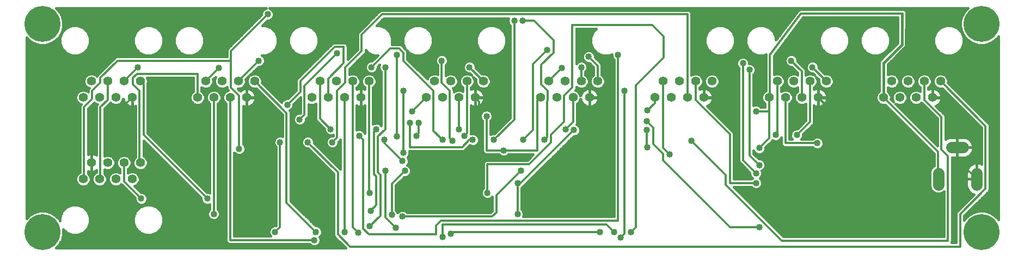
<source format=gbl>
G75*
%MOIN*%
%OFA0B0*%
%FSLAX24Y24*%
%IPPOS*%
%LPD*%
%AMOC8*
5,1,8,0,0,1.08239X$1,22.5*
%
%ADD10C,0.0554*%
%ADD11C,0.0700*%
%ADD12C,0.0160*%
%ADD13C,0.0400*%
%ADD14C,0.0140*%
%ADD15C,0.2200*%
D10*
X009083Y004704D03*
X010083Y004704D03*
X011083Y004704D03*
X012083Y004704D03*
X011583Y005704D03*
X012583Y005704D03*
X010583Y005704D03*
X009583Y005704D03*
X009083Y009704D03*
X010083Y009704D03*
X011083Y009704D03*
X012083Y009704D03*
X011583Y010704D03*
X012583Y010704D03*
X010583Y010704D03*
X009583Y010704D03*
X016083Y009704D03*
X017083Y009704D03*
X018083Y009704D03*
X019083Y009704D03*
X018583Y010704D03*
X017583Y010704D03*
X016583Y010704D03*
X019583Y010704D03*
X023083Y009704D03*
X024083Y009704D03*
X025083Y009704D03*
X026083Y009704D03*
X025583Y010704D03*
X026583Y010704D03*
X024583Y010704D03*
X023583Y010704D03*
X030083Y009704D03*
X031083Y009704D03*
X032083Y009704D03*
X033083Y009704D03*
X032583Y010704D03*
X031583Y010704D03*
X030583Y010704D03*
X033583Y010704D03*
X037083Y009704D03*
X038083Y009704D03*
X039083Y009704D03*
X040083Y009704D03*
X039583Y010704D03*
X040583Y010704D03*
X038583Y010704D03*
X037583Y010704D03*
X044083Y009704D03*
X045083Y009704D03*
X046083Y009704D03*
X047083Y009704D03*
X046583Y010704D03*
X045583Y010704D03*
X044583Y010704D03*
X047583Y010704D03*
X051083Y009704D03*
X052083Y009704D03*
X053083Y009704D03*
X054083Y009704D03*
X053583Y010704D03*
X054583Y010704D03*
X052583Y010704D03*
X051583Y010704D03*
X058083Y009704D03*
X059083Y009704D03*
X060083Y009704D03*
X061083Y009704D03*
X060583Y010704D03*
X059583Y010704D03*
X058583Y010704D03*
X061583Y010704D03*
D11*
X062251Y006633D02*
X062951Y006633D01*
X063802Y005054D02*
X063802Y004354D01*
X061440Y004354D02*
X061440Y005054D01*
D12*
X061071Y005434D02*
X050845Y005434D01*
X050863Y005478D02*
X050805Y005339D01*
X050699Y005232D01*
X050632Y005204D01*
X050663Y005129D01*
X050663Y004978D01*
X050605Y004839D01*
X050521Y004754D01*
X050605Y004669D01*
X050663Y004529D01*
X050663Y004378D01*
X050605Y004239D01*
X050499Y004132D01*
X050359Y004074D01*
X050208Y004074D01*
X050068Y004132D01*
X049996Y004204D01*
X048937Y004204D01*
X051962Y001179D01*
X061783Y001179D01*
X061783Y003948D01*
X061740Y003904D01*
X061545Y003824D01*
X061334Y003824D01*
X061139Y003904D01*
X060990Y004054D01*
X060910Y004248D01*
X060910Y005159D01*
X060990Y005354D01*
X061139Y005503D01*
X061183Y005521D01*
X061183Y006249D01*
X061181Y006252D01*
X058183Y009250D01*
X058174Y009247D01*
X057992Y009247D01*
X057824Y009316D01*
X057696Y009445D01*
X057626Y009613D01*
X057626Y009795D01*
X057696Y009963D01*
X057823Y010090D01*
X057823Y011880D01*
X057863Y011976D01*
X057936Y012049D01*
X058950Y013063D01*
X058970Y014604D01*
X053158Y014604D01*
X051383Y012245D01*
X051383Y011116D01*
X051492Y011161D01*
X051674Y011161D01*
X051842Y011091D01*
X051971Y010963D01*
X052040Y010795D01*
X052040Y010613D01*
X051971Y010445D01*
X051842Y010316D01*
X051833Y010313D01*
X051833Y010095D01*
X051992Y010161D01*
X052174Y010161D01*
X052342Y010091D01*
X052471Y009963D01*
X052540Y009795D01*
X052540Y009613D01*
X052471Y009445D01*
X052342Y009316D01*
X052333Y009313D01*
X052333Y007154D01*
X052496Y007154D01*
X052461Y007189D01*
X052403Y007328D01*
X052403Y007479D01*
X052461Y007619D01*
X052568Y007726D01*
X052708Y007784D01*
X052810Y007784D01*
X053333Y008307D01*
X053333Y009313D01*
X053174Y009247D01*
X052992Y009247D01*
X052824Y009316D01*
X052696Y009445D01*
X052626Y009613D01*
X052626Y009795D01*
X052696Y009963D01*
X052824Y010091D01*
X052833Y010095D01*
X052833Y010313D01*
X052674Y010247D01*
X052492Y010247D01*
X052324Y010316D01*
X052196Y010445D01*
X052126Y010613D01*
X052126Y010795D01*
X052196Y010963D01*
X052324Y011091D01*
X052492Y011161D01*
X052674Y011161D01*
X052833Y011095D01*
X052833Y011200D01*
X052460Y011574D01*
X052358Y011574D01*
X052218Y011632D01*
X052111Y011739D01*
X052053Y011878D01*
X052053Y012029D01*
X052111Y012169D01*
X052218Y012276D01*
X052358Y012334D01*
X052509Y012334D01*
X052649Y012276D01*
X052755Y012169D01*
X052813Y012029D01*
X052813Y011927D01*
X053225Y011516D01*
X053295Y011445D01*
X053333Y011354D01*
X053333Y011095D01*
X053492Y011161D01*
X053674Y011161D01*
X053842Y011091D01*
X053760Y011174D01*
X053658Y011174D01*
X053518Y011232D01*
X053411Y011339D01*
X053353Y011478D01*
X053353Y011629D01*
X053411Y011769D01*
X053518Y011876D01*
X053658Y011934D01*
X053809Y011934D01*
X053949Y011876D01*
X054055Y011769D01*
X054113Y011629D01*
X054113Y011527D01*
X054483Y011157D01*
X054492Y011161D01*
X054674Y011161D01*
X054842Y011091D01*
X054971Y010963D01*
X055040Y010795D01*
X055040Y010613D01*
X054971Y010445D01*
X054842Y010316D01*
X054674Y010247D01*
X054492Y010247D01*
X054324Y010316D01*
X054196Y010445D01*
X054126Y010613D01*
X054126Y010795D01*
X054130Y010804D01*
X053971Y010963D01*
X054040Y010795D01*
X054040Y010613D01*
X053971Y010445D01*
X053842Y010316D01*
X053833Y010313D01*
X053833Y010202D01*
X053869Y010220D01*
X053953Y010247D01*
X054039Y010261D01*
X054075Y010261D01*
X054075Y009712D01*
X054092Y009712D01*
X054640Y009712D01*
X054640Y009748D01*
X054627Y009834D01*
X054600Y009918D01*
X054560Y009996D01*
X054508Y010067D01*
X054446Y010129D01*
X054375Y010180D01*
X054297Y010220D01*
X054214Y010247D01*
X054127Y010261D01*
X054092Y010261D01*
X054092Y009712D01*
X054092Y009695D01*
X054092Y009147D01*
X054127Y009147D01*
X054214Y009160D01*
X054297Y009187D01*
X054375Y009227D01*
X054446Y009279D01*
X054508Y009341D01*
X054560Y009412D01*
X054600Y009490D01*
X054627Y009573D01*
X054640Y009660D01*
X054640Y009695D01*
X054092Y009695D01*
X054075Y009695D01*
X054075Y009147D01*
X054039Y009147D01*
X053953Y009160D01*
X053869Y009187D01*
X053833Y009206D01*
X053833Y008154D01*
X053795Y008062D01*
X053725Y007992D01*
X053163Y007430D01*
X053163Y007328D01*
X053105Y007189D01*
X053071Y007154D01*
X053746Y007154D01*
X053818Y007226D01*
X053958Y007284D01*
X054109Y007284D01*
X054249Y007226D01*
X054355Y007119D01*
X054413Y006979D01*
X054413Y006828D01*
X054355Y006689D01*
X054249Y006582D01*
X054109Y006524D01*
X053958Y006524D01*
X053818Y006582D01*
X053746Y006654D01*
X052034Y006654D01*
X051942Y006692D01*
X051871Y006762D01*
X051833Y006854D01*
X051833Y007256D01*
X051805Y007189D01*
X051699Y007082D01*
X051559Y007024D01*
X051408Y007024D01*
X051298Y007069D01*
X051295Y007062D01*
X050863Y006630D01*
X050863Y006528D01*
X050805Y006389D01*
X050699Y006282D01*
X050559Y006224D01*
X050408Y006224D01*
X050268Y006282D01*
X050161Y006389D01*
X050133Y006456D01*
X050133Y006257D01*
X050457Y005934D01*
X050559Y005934D01*
X050699Y005876D01*
X050805Y005769D01*
X050863Y005629D01*
X050863Y005478D01*
X050863Y005593D02*
X061183Y005593D01*
X061183Y005751D02*
X050813Y005751D01*
X050617Y005910D02*
X061183Y005910D01*
X061183Y006068D02*
X050322Y006068D01*
X050400Y006227D02*
X050164Y006227D01*
X050164Y006385D02*
X050133Y006385D01*
X050566Y006227D02*
X061183Y006227D01*
X061048Y006385D02*
X050802Y006385D01*
X050863Y006544D02*
X053909Y006544D01*
X054157Y006544D02*
X060890Y006544D01*
X060731Y006702D02*
X054361Y006702D01*
X054413Y006861D02*
X060573Y006861D01*
X060414Y007019D02*
X054397Y007019D01*
X054297Y007178D02*
X060256Y007178D01*
X060097Y007336D02*
X053163Y007336D01*
X053228Y007495D02*
X059939Y007495D01*
X059780Y007653D02*
X053386Y007653D01*
X053545Y007812D02*
X059622Y007812D01*
X059463Y007970D02*
X053703Y007970D01*
X053823Y008129D02*
X059305Y008129D01*
X059146Y008287D02*
X053833Y008287D01*
X053833Y008446D02*
X058988Y008446D01*
X058829Y008604D02*
X053833Y008604D01*
X053833Y008763D02*
X058671Y008763D01*
X058512Y008921D02*
X053833Y008921D01*
X053833Y009080D02*
X058354Y009080D01*
X058195Y009238D02*
X054391Y009238D01*
X054549Y009397D02*
X057744Y009397D01*
X057650Y009555D02*
X054621Y009555D01*
X054640Y009714D02*
X057626Y009714D01*
X057658Y009872D02*
X054614Y009872D01*
X054534Y010031D02*
X057764Y010031D01*
X057823Y010189D02*
X054358Y010189D01*
X054293Y010348D02*
X053874Y010348D01*
X053996Y010506D02*
X054170Y010506D01*
X054126Y010665D02*
X054040Y010665D01*
X054029Y010823D02*
X054110Y010823D01*
X053793Y011140D02*
X053724Y011140D01*
X053443Y011140D02*
X053333Y011140D01*
X053333Y011299D02*
X053451Y011299D01*
X053362Y011457D02*
X053283Y011457D01*
X053353Y011616D02*
X053125Y011616D01*
X052966Y011774D02*
X053416Y011774D01*
X053655Y011933D02*
X052813Y011933D01*
X052788Y012091D02*
X057978Y012091D01*
X057845Y011933D02*
X053811Y011933D01*
X054050Y011774D02*
X057823Y011774D01*
X057823Y011616D02*
X054113Y011616D01*
X054183Y011457D02*
X057823Y011457D01*
X057823Y011299D02*
X054342Y011299D01*
X054724Y011140D02*
X057823Y011140D01*
X057823Y010982D02*
X054952Y010982D01*
X055029Y010823D02*
X057823Y010823D01*
X057823Y010665D02*
X055040Y010665D01*
X054996Y010506D02*
X057823Y010506D01*
X057823Y010348D02*
X054874Y010348D01*
X054092Y010189D02*
X054075Y010189D01*
X054075Y010031D02*
X054092Y010031D01*
X054075Y009872D02*
X054092Y009872D01*
X054075Y009714D02*
X054092Y009714D01*
X054075Y009555D02*
X054092Y009555D01*
X054075Y009397D02*
X054092Y009397D01*
X054075Y009238D02*
X054092Y009238D01*
X053333Y009238D02*
X052333Y009238D01*
X052333Y009080D02*
X053333Y009080D01*
X053333Y008921D02*
X052333Y008921D01*
X052333Y008763D02*
X053333Y008763D01*
X053333Y008604D02*
X052333Y008604D01*
X052333Y008446D02*
X053333Y008446D01*
X053313Y008287D02*
X052333Y008287D01*
X052333Y008129D02*
X053155Y008129D01*
X052996Y007970D02*
X052333Y007970D01*
X052333Y007812D02*
X052838Y007812D01*
X052495Y007653D02*
X052333Y007653D01*
X052333Y007495D02*
X052410Y007495D01*
X052403Y007336D02*
X052333Y007336D01*
X052333Y007178D02*
X052472Y007178D01*
X053095Y007178D02*
X053770Y007178D01*
X051931Y006702D02*
X050935Y006702D01*
X051094Y006861D02*
X051833Y006861D01*
X051833Y007019D02*
X051252Y007019D01*
X051795Y007178D02*
X051833Y007178D01*
X049233Y007178D02*
X048933Y007178D01*
X048933Y007336D02*
X049233Y007336D01*
X049233Y007495D02*
X048933Y007495D01*
X048933Y007504D02*
X048895Y007595D01*
X047301Y009189D01*
X047375Y009227D01*
X047446Y009279D01*
X047508Y009341D01*
X047560Y009412D01*
X047600Y009490D01*
X047627Y009573D01*
X047640Y009660D01*
X047640Y009695D01*
X047092Y009695D01*
X047092Y009712D01*
X047640Y009712D01*
X047640Y009748D01*
X047627Y009834D01*
X047600Y009918D01*
X047560Y009996D01*
X047508Y010067D01*
X047446Y010129D01*
X047375Y010180D01*
X047297Y010220D01*
X047214Y010247D01*
X047127Y010261D01*
X047092Y010261D01*
X047092Y009712D01*
X047075Y009712D01*
X047075Y010261D01*
X047039Y010261D01*
X046953Y010247D01*
X046869Y010220D01*
X046833Y010202D01*
X046833Y010313D01*
X046842Y010316D01*
X046971Y010445D01*
X047040Y010613D01*
X047040Y010795D01*
X046971Y010963D01*
X046842Y011091D01*
X046674Y011161D01*
X046492Y011161D01*
X046333Y011095D01*
X046333Y014854D01*
X046295Y014945D01*
X046225Y015016D01*
X046133Y015054D01*
X027334Y015054D01*
X027242Y015016D01*
X027171Y014945D01*
X025921Y013695D01*
X025883Y013604D01*
X025883Y012657D01*
X025283Y012057D01*
X025283Y012854D01*
X025245Y012945D01*
X025175Y013016D01*
X025083Y013054D01*
X024434Y013054D01*
X024342Y013016D01*
X024271Y012945D01*
X022171Y010845D01*
X022133Y010754D01*
X022133Y010157D01*
X021610Y009634D01*
X021508Y009634D01*
X021368Y009576D01*
X021261Y009469D01*
X021235Y009406D01*
X020037Y010604D01*
X020040Y010613D01*
X020040Y010795D01*
X019971Y010963D01*
X019842Y011091D01*
X019674Y011161D01*
X019492Y011161D01*
X019325Y011091D01*
X019807Y011574D01*
X019909Y011574D01*
X020049Y011632D01*
X020155Y011739D01*
X020213Y011878D01*
X020213Y012029D01*
X020155Y012169D01*
X020049Y012276D01*
X020030Y012284D01*
X020266Y012284D01*
X020604Y012424D01*
X020863Y012683D01*
X021003Y013021D01*
X021003Y013387D01*
X020863Y013725D01*
X020604Y013984D01*
X020266Y014124D01*
X020057Y014124D01*
X020357Y014424D01*
X020459Y014424D01*
X020599Y014482D01*
X020705Y014589D01*
X020763Y014728D01*
X020763Y014879D01*
X020705Y015019D01*
X020599Y015126D01*
X020483Y015174D01*
X063243Y015174D01*
X063059Y014990D01*
X062891Y014698D01*
X062803Y014372D01*
X062803Y014035D01*
X062891Y013710D01*
X063059Y013418D01*
X063297Y013180D01*
X063589Y013011D01*
X063915Y012924D01*
X064252Y012924D01*
X064577Y013011D01*
X064869Y013180D01*
X065108Y013418D01*
X065114Y013430D01*
X065114Y002228D01*
X065108Y002240D01*
X064869Y002478D01*
X064577Y002647D01*
X064252Y002734D01*
X063915Y002734D01*
X063589Y002647D01*
X063297Y002478D01*
X063059Y002240D01*
X063033Y002195D01*
X063033Y002450D01*
X064475Y003892D01*
X064545Y003962D01*
X064583Y004054D01*
X064583Y008004D01*
X064545Y008095D01*
X062037Y010604D01*
X062040Y010613D01*
X062040Y010795D01*
X061971Y010963D01*
X061842Y011091D01*
X061674Y011161D01*
X061492Y011161D01*
X061324Y011091D01*
X061196Y010963D01*
X061126Y010795D01*
X061126Y010613D01*
X061196Y010445D01*
X061324Y010316D01*
X061492Y010247D01*
X061674Y010247D01*
X061683Y010250D01*
X064083Y007850D01*
X064083Y005617D01*
X064044Y005638D01*
X063949Y005668D01*
X063851Y005684D01*
X063802Y005684D01*
X063802Y004704D01*
X063802Y004704D01*
X063802Y005684D01*
X063752Y005684D01*
X063654Y005668D01*
X063560Y005638D01*
X063472Y005593D01*
X062283Y005593D01*
X062283Y005751D02*
X064083Y005751D01*
X064083Y005910D02*
X062283Y005910D01*
X062283Y006003D02*
X062601Y006003D01*
X062601Y006633D01*
X062601Y007263D01*
X062201Y007263D01*
X062104Y007247D01*
X062009Y007217D01*
X061921Y007172D01*
X061883Y007144D01*
X061883Y008554D01*
X061845Y008645D01*
X061301Y009189D01*
X061375Y009227D01*
X061446Y009279D01*
X061508Y009341D01*
X061560Y009412D01*
X061600Y009490D01*
X061627Y009573D01*
X061640Y009660D01*
X061640Y009695D01*
X061092Y009695D01*
X061092Y009712D01*
X061640Y009712D01*
X061640Y009748D01*
X061627Y009834D01*
X061600Y009918D01*
X061560Y009996D01*
X061508Y010067D01*
X061446Y010129D01*
X061375Y010180D01*
X061297Y010220D01*
X061214Y010247D01*
X061127Y010261D01*
X061092Y010261D01*
X061092Y009712D01*
X061075Y009712D01*
X061075Y010261D01*
X061039Y010261D01*
X060953Y010247D01*
X060869Y010220D01*
X060833Y010202D01*
X060833Y010313D01*
X060842Y010316D01*
X060971Y010445D01*
X061040Y010613D01*
X061040Y010795D01*
X060971Y010963D01*
X060842Y011091D01*
X060674Y011161D01*
X060492Y011161D01*
X060324Y011091D01*
X060196Y010963D01*
X060126Y010795D01*
X060126Y010613D01*
X060196Y010445D01*
X060324Y010316D01*
X060333Y010313D01*
X060333Y010095D01*
X060174Y010161D01*
X059992Y010161D01*
X059824Y010091D01*
X059696Y009963D01*
X059626Y009795D01*
X059626Y009613D01*
X059696Y009445D01*
X059824Y009316D01*
X059992Y009247D01*
X060174Y009247D01*
X060342Y009316D01*
X060405Y009379D01*
X060442Y009342D01*
X061383Y008400D01*
X061383Y006757D01*
X058825Y009316D01*
X058992Y009247D01*
X059174Y009247D01*
X059342Y009316D01*
X059471Y009445D01*
X059540Y009613D01*
X059540Y009795D01*
X059471Y009963D01*
X059342Y010091D01*
X059174Y010161D01*
X058992Y010161D01*
X058824Y010091D01*
X058696Y009963D01*
X058626Y009795D01*
X058626Y009613D01*
X058696Y009445D01*
X058537Y009604D01*
X058540Y009613D01*
X058540Y009795D01*
X058471Y009963D01*
X058343Y010090D01*
X058343Y010308D01*
X058492Y010247D01*
X058674Y010247D01*
X058842Y010316D01*
X058971Y010445D01*
X059040Y010613D01*
X059040Y010795D01*
X058971Y010963D01*
X058842Y011091D01*
X058674Y011161D01*
X058492Y011161D01*
X058343Y011099D01*
X058343Y011721D01*
X059391Y012769D01*
X059427Y012804D01*
X059427Y012805D01*
X059429Y012807D01*
X059448Y012853D01*
X059468Y012899D01*
X059468Y012900D01*
X059468Y012902D01*
X059468Y012952D01*
X059494Y014902D01*
X059456Y014998D01*
X059383Y015072D01*
X059288Y015113D01*
X059185Y015114D01*
X059158Y015104D01*
X053065Y015104D01*
X053048Y015108D01*
X053016Y015104D01*
X052984Y015104D01*
X052967Y015097D01*
X052949Y015094D01*
X052921Y015078D01*
X052892Y015066D01*
X052879Y015053D01*
X052863Y015044D01*
X052844Y015018D01*
X052821Y014995D01*
X052815Y014979D01*
X051503Y013236D01*
X051503Y013387D01*
X051363Y013725D01*
X051104Y013984D01*
X050766Y014124D01*
X050400Y014124D01*
X050062Y013984D01*
X049803Y013725D01*
X049663Y013387D01*
X049663Y013021D01*
X049803Y012683D01*
X050062Y012424D01*
X050400Y012284D01*
X050766Y012284D01*
X050881Y012331D01*
X050883Y012311D01*
X050883Y010116D01*
X050824Y010091D01*
X050696Y009963D01*
X050626Y009795D01*
X050626Y009613D01*
X050696Y009445D01*
X050824Y009316D01*
X050833Y009313D01*
X050833Y009104D01*
X050571Y009104D01*
X050499Y009176D01*
X050359Y009234D01*
X050208Y009234D01*
X050133Y009203D01*
X050133Y011116D01*
X050205Y011189D01*
X050263Y011328D01*
X050263Y011479D01*
X050205Y011619D01*
X050099Y011726D01*
X049959Y011784D01*
X049863Y011784D01*
X049863Y011879D01*
X049805Y012019D01*
X049699Y012126D01*
X049559Y012184D01*
X049408Y012184D01*
X049268Y012126D01*
X049161Y012019D01*
X049103Y011879D01*
X049103Y011728D01*
X049161Y011589D01*
X049233Y011516D01*
X049233Y005804D01*
X049271Y005712D01*
X049342Y005642D01*
X049903Y005080D01*
X049903Y004978D01*
X049961Y004839D01*
X050046Y004754D01*
X049996Y004704D01*
X048933Y004704D01*
X048933Y007504D01*
X048837Y007653D02*
X049233Y007653D01*
X049233Y007812D02*
X048679Y007812D01*
X048520Y007970D02*
X049233Y007970D01*
X049233Y008129D02*
X048362Y008129D01*
X048203Y008287D02*
X049233Y008287D01*
X049233Y008446D02*
X048045Y008446D01*
X047886Y008604D02*
X049233Y008604D01*
X049233Y008763D02*
X047728Y008763D01*
X047569Y008921D02*
X049233Y008921D01*
X049233Y009080D02*
X047411Y009080D01*
X047391Y009238D02*
X049233Y009238D01*
X049233Y009397D02*
X047549Y009397D01*
X047621Y009555D02*
X049233Y009555D01*
X049233Y009714D02*
X047640Y009714D01*
X047614Y009872D02*
X049233Y009872D01*
X049233Y010031D02*
X047534Y010031D01*
X047492Y010247D02*
X047674Y010247D01*
X047842Y010316D01*
X047971Y010445D01*
X048040Y010613D01*
X048040Y010795D01*
X047971Y010963D01*
X047842Y011091D01*
X047674Y011161D01*
X047492Y011161D01*
X047324Y011091D01*
X047196Y010963D01*
X047126Y010795D01*
X047126Y010613D01*
X047196Y010445D01*
X047324Y010316D01*
X047492Y010247D01*
X047358Y010189D02*
X049233Y010189D01*
X049233Y010348D02*
X047874Y010348D01*
X047996Y010506D02*
X049233Y010506D01*
X049233Y010665D02*
X048040Y010665D01*
X048029Y010823D02*
X049233Y010823D01*
X049233Y010982D02*
X047952Y010982D01*
X047724Y011140D02*
X049233Y011140D01*
X049233Y011299D02*
X046333Y011299D01*
X046333Y011457D02*
X049233Y011457D01*
X049150Y011616D02*
X046333Y011616D01*
X046333Y011774D02*
X049103Y011774D01*
X049125Y011933D02*
X046333Y011933D01*
X046333Y012091D02*
X049233Y012091D01*
X049733Y012091D02*
X050883Y012091D01*
X050883Y011933D02*
X049841Y011933D01*
X049982Y011774D02*
X050883Y011774D01*
X050883Y011616D02*
X050207Y011616D01*
X050263Y011457D02*
X050883Y011457D01*
X050883Y011299D02*
X050251Y011299D01*
X050157Y011140D02*
X050883Y011140D01*
X050883Y010982D02*
X050133Y010982D01*
X050133Y010823D02*
X050883Y010823D01*
X050883Y010665D02*
X050133Y010665D01*
X050133Y010506D02*
X050883Y010506D01*
X050883Y010348D02*
X050133Y010348D01*
X050133Y010189D02*
X050883Y010189D01*
X050764Y010031D02*
X050133Y010031D01*
X050133Y009872D02*
X050658Y009872D01*
X050626Y009714D02*
X050133Y009714D01*
X050133Y009555D02*
X050650Y009555D01*
X050744Y009397D02*
X050133Y009397D01*
X050133Y009238D02*
X050833Y009238D01*
X052423Y009397D02*
X052744Y009397D01*
X052650Y009555D02*
X052517Y009555D01*
X052540Y009714D02*
X052626Y009714D01*
X052658Y009872D02*
X052508Y009872D01*
X052403Y010031D02*
X052764Y010031D01*
X052833Y010189D02*
X051833Y010189D01*
X051874Y010348D02*
X052293Y010348D01*
X052170Y010506D02*
X051996Y010506D01*
X052040Y010665D02*
X052126Y010665D01*
X052138Y010823D02*
X052029Y010823D01*
X051952Y010982D02*
X052215Y010982D01*
X052443Y011140D02*
X051724Y011140D01*
X051443Y011140D02*
X051383Y011140D01*
X051383Y011299D02*
X052735Y011299D01*
X052724Y011140D02*
X052833Y011140D01*
X052576Y011457D02*
X051383Y011457D01*
X051383Y011616D02*
X052256Y011616D01*
X052096Y011774D02*
X051383Y011774D01*
X051383Y011933D02*
X052053Y011933D01*
X052079Y012091D02*
X051383Y012091D01*
X051387Y012250D02*
X052192Y012250D01*
X052675Y012250D02*
X058137Y012250D01*
X058067Y012408D02*
X058295Y012408D01*
X058247Y012567D02*
X058454Y012567D01*
X058363Y012683D02*
X058503Y013021D01*
X058503Y013387D01*
X058363Y013725D01*
X058104Y013984D01*
X057766Y014124D01*
X057400Y014124D01*
X057062Y013984D01*
X056803Y013725D01*
X056663Y013387D01*
X056663Y013021D01*
X056803Y012683D01*
X057062Y012424D01*
X057400Y012284D01*
X057766Y012284D01*
X058104Y012424D01*
X058363Y012683D01*
X058381Y012725D02*
X058612Y012725D01*
X058771Y012884D02*
X058447Y012884D01*
X058503Y013042D02*
X058929Y013042D01*
X058952Y013201D02*
X058503Y013201D01*
X058503Y013359D02*
X058954Y013359D01*
X058956Y013518D02*
X058449Y013518D01*
X058383Y013676D02*
X058958Y013676D01*
X058960Y013835D02*
X058253Y013835D01*
X058081Y013993D02*
X058962Y013993D01*
X058964Y014152D02*
X052818Y014152D01*
X052937Y014310D02*
X058966Y014310D01*
X058968Y014469D02*
X053057Y014469D01*
X052669Y014786D02*
X046333Y014786D01*
X046333Y014627D02*
X052550Y014627D01*
X052431Y014469D02*
X046333Y014469D01*
X046333Y014310D02*
X052312Y014310D01*
X052192Y014152D02*
X046333Y014152D01*
X046333Y013993D02*
X047585Y013993D01*
X047562Y013984D02*
X047303Y013725D01*
X047163Y013387D01*
X047163Y013021D01*
X047303Y012683D01*
X047562Y012424D01*
X047900Y012284D01*
X048266Y012284D01*
X048604Y012424D01*
X048863Y012683D01*
X049003Y013021D01*
X049003Y013387D01*
X048863Y013725D01*
X048604Y013984D01*
X048266Y014124D01*
X047900Y014124D01*
X047562Y013984D01*
X047413Y013835D02*
X046333Y013835D01*
X046333Y013676D02*
X047283Y013676D01*
X047218Y013518D02*
X046333Y013518D01*
X046333Y013359D02*
X047163Y013359D01*
X047163Y013201D02*
X046333Y013201D01*
X046333Y013042D02*
X047163Y013042D01*
X047220Y012884D02*
X046333Y012884D01*
X046333Y012725D02*
X047286Y012725D01*
X047419Y012567D02*
X046333Y012567D01*
X046333Y012408D02*
X047600Y012408D01*
X048567Y012408D02*
X050100Y012408D01*
X049919Y012567D02*
X048747Y012567D01*
X048881Y012725D02*
X049786Y012725D01*
X049720Y012884D02*
X048947Y012884D01*
X049003Y013042D02*
X049663Y013042D01*
X049663Y013201D02*
X049003Y013201D01*
X049003Y013359D02*
X049663Y013359D01*
X049718Y013518D02*
X048949Y013518D01*
X048883Y013676D02*
X049783Y013676D01*
X049913Y013835D02*
X048753Y013835D01*
X048581Y013993D02*
X050085Y013993D01*
X051081Y013993D02*
X052073Y013993D01*
X051954Y013835D02*
X051253Y013835D01*
X051383Y013676D02*
X051834Y013676D01*
X051715Y013518D02*
X051449Y013518D01*
X051503Y013359D02*
X051596Y013359D01*
X051983Y013042D02*
X054163Y013042D01*
X054163Y013021D02*
X054303Y012683D01*
X054562Y012424D01*
X054900Y012284D01*
X055266Y012284D01*
X055604Y012424D01*
X055863Y012683D01*
X056003Y013021D01*
X056003Y013387D01*
X055863Y013725D01*
X055604Y013984D01*
X055266Y014124D01*
X054900Y014124D01*
X054562Y013984D01*
X054303Y013725D01*
X054163Y013387D01*
X054163Y013021D01*
X054220Y012884D02*
X051864Y012884D01*
X051745Y012725D02*
X054286Y012725D01*
X054419Y012567D02*
X051625Y012567D01*
X051506Y012408D02*
X054600Y012408D01*
X055567Y012408D02*
X057100Y012408D01*
X056919Y012567D02*
X055747Y012567D01*
X055881Y012725D02*
X056786Y012725D01*
X056720Y012884D02*
X055947Y012884D01*
X056003Y013042D02*
X056663Y013042D01*
X056663Y013201D02*
X056003Y013201D01*
X056003Y013359D02*
X056663Y013359D01*
X056718Y013518D02*
X055949Y013518D01*
X055883Y013676D02*
X056783Y013676D01*
X056913Y013835D02*
X055753Y013835D01*
X055581Y013993D02*
X057085Y013993D01*
X059482Y013993D02*
X061585Y013993D01*
X061562Y013984D02*
X061303Y013725D01*
X061163Y013387D01*
X061163Y013021D01*
X061303Y012683D01*
X061562Y012424D01*
X061900Y012284D01*
X062266Y012284D01*
X062604Y012424D01*
X062863Y012683D01*
X063003Y013021D01*
X063003Y013387D01*
X062863Y013725D01*
X062604Y013984D01*
X062266Y014124D01*
X061900Y014124D01*
X061562Y013984D01*
X061413Y013835D02*
X059480Y013835D01*
X059478Y013676D02*
X061283Y013676D01*
X061218Y013518D02*
X059476Y013518D01*
X059474Y013359D02*
X061163Y013359D01*
X061163Y013201D02*
X059472Y013201D01*
X059470Y013042D02*
X061163Y013042D01*
X061220Y012884D02*
X059461Y012884D01*
X059348Y012725D02*
X061286Y012725D01*
X061419Y012567D02*
X059189Y012567D01*
X059031Y012408D02*
X061600Y012408D01*
X062567Y012408D02*
X065114Y012408D01*
X065114Y012250D02*
X058872Y012250D01*
X058714Y012091D02*
X065114Y012091D01*
X065114Y011933D02*
X058555Y011933D01*
X058397Y011774D02*
X065114Y011774D01*
X065114Y011616D02*
X058343Y011616D01*
X058343Y011457D02*
X065114Y011457D01*
X065114Y011299D02*
X058343Y011299D01*
X058343Y011140D02*
X058443Y011140D01*
X058724Y011140D02*
X059443Y011140D01*
X059492Y011161D02*
X059324Y011091D01*
X059196Y010963D01*
X059126Y010795D01*
X059126Y010613D01*
X059196Y010445D01*
X059324Y010316D01*
X059492Y010247D01*
X059674Y010247D01*
X059842Y010316D01*
X059971Y010445D01*
X060040Y010613D01*
X060040Y010795D01*
X059971Y010963D01*
X059842Y011091D01*
X059674Y011161D01*
X059492Y011161D01*
X059724Y011140D02*
X060443Y011140D01*
X060215Y010982D02*
X059952Y010982D01*
X060029Y010823D02*
X060138Y010823D01*
X060126Y010665D02*
X060040Y010665D01*
X059996Y010506D02*
X060170Y010506D01*
X060293Y010348D02*
X059874Y010348D01*
X060333Y010189D02*
X058343Y010189D01*
X058403Y010031D02*
X058764Y010031D01*
X058658Y009872D02*
X058508Y009872D01*
X058540Y009714D02*
X058626Y009714D01*
X058650Y009555D02*
X058585Y009555D01*
X058902Y009238D02*
X060545Y009238D01*
X060704Y009080D02*
X059061Y009080D01*
X059219Y008921D02*
X060862Y008921D01*
X061021Y008763D02*
X059378Y008763D01*
X059536Y008604D02*
X061179Y008604D01*
X061338Y008446D02*
X059695Y008446D01*
X059853Y008287D02*
X061383Y008287D01*
X061383Y008129D02*
X060012Y008129D01*
X060170Y007970D02*
X061383Y007970D01*
X061383Y007812D02*
X060329Y007812D01*
X060487Y007653D02*
X061383Y007653D01*
X061383Y007495D02*
X060646Y007495D01*
X060804Y007336D02*
X061383Y007336D01*
X061383Y007178D02*
X060963Y007178D01*
X061121Y007019D02*
X061383Y007019D01*
X061383Y006861D02*
X061280Y006861D01*
X061883Y007178D02*
X061933Y007178D01*
X061883Y007336D02*
X064083Y007336D01*
X064083Y007178D02*
X063269Y007178D01*
X063281Y007172D02*
X063193Y007217D01*
X063099Y007247D01*
X063001Y007263D01*
X062601Y007263D01*
X062601Y006633D01*
X062601Y006633D01*
X063581Y006633D01*
X063581Y006682D01*
X063566Y006780D01*
X063535Y006875D01*
X063490Y006963D01*
X063432Y007043D01*
X063361Y007113D01*
X063281Y007172D01*
X063449Y007019D02*
X064083Y007019D01*
X064083Y006861D02*
X063539Y006861D01*
X063578Y006702D02*
X064083Y006702D01*
X064083Y006544D02*
X063575Y006544D01*
X063581Y006583D02*
X063581Y006633D01*
X062601Y006633D01*
X062601Y006633D01*
X062601Y006633D01*
X062601Y006003D01*
X063001Y006003D01*
X063099Y006018D01*
X063193Y006049D01*
X063281Y006094D01*
X063361Y006152D01*
X063432Y006222D01*
X063490Y006303D01*
X063535Y006391D01*
X063566Y006485D01*
X063581Y006583D01*
X063532Y006385D02*
X064083Y006385D01*
X064083Y006227D02*
X063435Y006227D01*
X063231Y006068D02*
X064083Y006068D01*
X064583Y006068D02*
X065114Y006068D01*
X065114Y005910D02*
X064583Y005910D01*
X064583Y005751D02*
X065114Y005751D01*
X065114Y005593D02*
X064583Y005593D01*
X064583Y005434D02*
X065114Y005434D01*
X065114Y005276D02*
X064583Y005276D01*
X064583Y005117D02*
X065114Y005117D01*
X065114Y004959D02*
X064583Y004959D01*
X064583Y004800D02*
X065114Y004800D01*
X065114Y004642D02*
X064583Y004642D01*
X064583Y004483D02*
X065114Y004483D01*
X065114Y004325D02*
X064583Y004325D01*
X064583Y004166D02*
X065114Y004166D01*
X065114Y004008D02*
X064564Y004008D01*
X064432Y003849D02*
X065114Y003849D01*
X065114Y003691D02*
X064274Y003691D01*
X064115Y003532D02*
X065114Y003532D01*
X065114Y003374D02*
X063957Y003374D01*
X063798Y003215D02*
X065114Y003215D01*
X065114Y003057D02*
X063640Y003057D01*
X063481Y002898D02*
X065114Y002898D01*
X065114Y002740D02*
X063323Y002740D01*
X063476Y002581D02*
X063164Y002581D01*
X063242Y002423D02*
X063033Y002423D01*
X063033Y002264D02*
X063084Y002264D01*
X062533Y002264D02*
X062283Y002264D01*
X062283Y002106D02*
X062533Y002106D01*
X062533Y001947D02*
X062283Y001947D01*
X062283Y001789D02*
X062533Y001789D01*
X062533Y001630D02*
X062283Y001630D01*
X062283Y001472D02*
X062533Y001472D01*
X062533Y001313D02*
X062283Y001313D01*
X062283Y001155D02*
X062533Y001155D01*
X062533Y000996D02*
X062283Y000996D01*
X062283Y000879D02*
X062283Y006003D01*
X062601Y006068D02*
X062601Y006068D01*
X062601Y006227D02*
X062601Y006227D01*
X062601Y006385D02*
X062601Y006385D01*
X062601Y006544D02*
X062601Y006544D01*
X062601Y006702D02*
X062601Y006702D01*
X062601Y006861D02*
X062601Y006861D01*
X062601Y007019D02*
X062601Y007019D01*
X062601Y007178D02*
X062601Y007178D01*
X061883Y007495D02*
X064083Y007495D01*
X064083Y007653D02*
X061883Y007653D01*
X061883Y007812D02*
X064083Y007812D01*
X063963Y007970D02*
X061883Y007970D01*
X061883Y008129D02*
X063805Y008129D01*
X063646Y008287D02*
X061883Y008287D01*
X061883Y008446D02*
X063488Y008446D01*
X063329Y008604D02*
X061862Y008604D01*
X061728Y008763D02*
X063171Y008763D01*
X063012Y008921D02*
X061569Y008921D01*
X061411Y009080D02*
X062854Y009080D01*
X062695Y009238D02*
X061391Y009238D01*
X061549Y009397D02*
X062537Y009397D01*
X062378Y009555D02*
X061621Y009555D01*
X061640Y009714D02*
X062220Y009714D01*
X062061Y009872D02*
X061614Y009872D01*
X061534Y010031D02*
X061903Y010031D01*
X061744Y010189D02*
X061358Y010189D01*
X061293Y010348D02*
X060874Y010348D01*
X060996Y010506D02*
X061170Y010506D01*
X061126Y010665D02*
X061040Y010665D01*
X061029Y010823D02*
X061138Y010823D01*
X061215Y010982D02*
X060952Y010982D01*
X060724Y011140D02*
X061443Y011140D01*
X061724Y011140D02*
X065114Y011140D01*
X065114Y010982D02*
X061952Y010982D01*
X062029Y010823D02*
X065114Y010823D01*
X065114Y010665D02*
X062040Y010665D01*
X062134Y010506D02*
X065114Y010506D01*
X065114Y010348D02*
X062293Y010348D01*
X062451Y010189D02*
X065114Y010189D01*
X065114Y010031D02*
X062610Y010031D01*
X062768Y009872D02*
X065114Y009872D01*
X065114Y009714D02*
X062927Y009714D01*
X063085Y009555D02*
X065114Y009555D01*
X065114Y009397D02*
X063244Y009397D01*
X063402Y009238D02*
X065114Y009238D01*
X065114Y009080D02*
X063561Y009080D01*
X063719Y008921D02*
X065114Y008921D01*
X065114Y008763D02*
X063878Y008763D01*
X064036Y008604D02*
X065114Y008604D01*
X065114Y008446D02*
X064195Y008446D01*
X064353Y008287D02*
X065114Y008287D01*
X065114Y008129D02*
X064512Y008129D01*
X064583Y007970D02*
X065114Y007970D01*
X065114Y007812D02*
X064583Y007812D01*
X064583Y007653D02*
X065114Y007653D01*
X065114Y007495D02*
X064583Y007495D01*
X064583Y007336D02*
X065114Y007336D01*
X065114Y007178D02*
X064583Y007178D01*
X064583Y007019D02*
X065114Y007019D01*
X065114Y006861D02*
X064583Y006861D01*
X064583Y006702D02*
X065114Y006702D01*
X065114Y006544D02*
X064583Y006544D01*
X064583Y006385D02*
X065114Y006385D01*
X065114Y006227D02*
X064583Y006227D01*
X063802Y005593D02*
X063802Y005593D01*
X063802Y005434D02*
X063802Y005434D01*
X063802Y005276D02*
X063802Y005276D01*
X063802Y005117D02*
X063802Y005117D01*
X063802Y004959D02*
X063802Y004959D01*
X063802Y004800D02*
X063802Y004800D01*
X063802Y004704D02*
X063802Y004704D01*
X063172Y004704D01*
X063172Y005103D01*
X063187Y005201D01*
X063218Y005296D01*
X063263Y005384D01*
X063321Y005464D01*
X063391Y005534D01*
X063472Y005593D01*
X063300Y005434D02*
X062283Y005434D01*
X062283Y005276D02*
X063212Y005276D01*
X063174Y005117D02*
X062283Y005117D01*
X062283Y004959D02*
X063172Y004959D01*
X063172Y004800D02*
X062283Y004800D01*
X062283Y004642D02*
X063172Y004642D01*
X063172Y004704D02*
X063172Y004304D01*
X063187Y004206D01*
X063218Y004112D01*
X063263Y004024D01*
X063321Y003943D01*
X063391Y003873D01*
X063472Y003815D01*
X063560Y003770D01*
X063625Y003749D01*
X062571Y002695D01*
X062533Y002604D01*
X062533Y000804D01*
X062252Y000804D01*
X062283Y000879D01*
X062266Y000838D02*
X062533Y000838D01*
X061783Y001313D02*
X051827Y001313D01*
X051669Y001472D02*
X061783Y001472D01*
X061783Y001630D02*
X051510Y001630D01*
X051352Y001789D02*
X061783Y001789D01*
X061783Y001947D02*
X051193Y001947D01*
X051035Y002106D02*
X061783Y002106D01*
X061783Y002264D02*
X050876Y002264D01*
X050718Y002423D02*
X061783Y002423D01*
X061783Y002581D02*
X050559Y002581D01*
X050401Y002740D02*
X061783Y002740D01*
X061783Y002898D02*
X050242Y002898D01*
X050084Y003057D02*
X061783Y003057D01*
X061783Y003215D02*
X049925Y003215D01*
X049767Y003374D02*
X061783Y003374D01*
X061783Y003532D02*
X049608Y003532D01*
X049450Y003691D02*
X061783Y003691D01*
X061783Y003849D02*
X061607Y003849D01*
X061273Y003849D02*
X049291Y003849D01*
X049133Y004008D02*
X061036Y004008D01*
X060944Y004166D02*
X050533Y004166D01*
X050641Y004325D02*
X060910Y004325D01*
X060910Y004483D02*
X050663Y004483D01*
X050617Y004642D02*
X060910Y004642D01*
X060910Y004800D02*
X050567Y004800D01*
X050655Y004959D02*
X060910Y004959D01*
X060910Y005117D02*
X050663Y005117D01*
X050743Y005276D02*
X060958Y005276D01*
X063172Y004704D02*
X063802Y004704D01*
X063172Y004483D02*
X062283Y004483D01*
X062283Y004325D02*
X063172Y004325D01*
X063200Y004166D02*
X062283Y004166D01*
X062283Y004008D02*
X063274Y004008D01*
X063424Y003849D02*
X062283Y003849D01*
X062283Y003691D02*
X063567Y003691D01*
X063408Y003532D02*
X062283Y003532D01*
X062283Y003374D02*
X063250Y003374D01*
X063091Y003215D02*
X062283Y003215D01*
X062283Y003057D02*
X062933Y003057D01*
X062774Y002898D02*
X062283Y002898D01*
X062283Y002740D02*
X062616Y002740D01*
X062533Y002581D02*
X062283Y002581D01*
X062283Y002423D02*
X062533Y002423D01*
X064690Y002581D02*
X065114Y002581D01*
X065114Y002423D02*
X064925Y002423D01*
X065083Y002264D02*
X065114Y002264D01*
X050033Y004166D02*
X048974Y004166D01*
X048933Y004800D02*
X049999Y004800D01*
X049911Y004959D02*
X048933Y004959D01*
X048933Y005117D02*
X049866Y005117D01*
X049708Y005276D02*
X048933Y005276D01*
X048933Y005434D02*
X049549Y005434D01*
X049391Y005593D02*
X048933Y005593D01*
X048933Y005751D02*
X049255Y005751D01*
X049233Y005910D02*
X048933Y005910D01*
X048933Y006068D02*
X049233Y006068D01*
X049233Y006227D02*
X048933Y006227D01*
X048933Y006385D02*
X049233Y006385D01*
X049233Y006544D02*
X048933Y006544D01*
X048933Y006702D02*
X049233Y006702D01*
X049233Y006861D02*
X048933Y006861D01*
X048933Y007019D02*
X049233Y007019D01*
X041583Y007019D02*
X038802Y007019D01*
X038644Y006861D02*
X041583Y006861D01*
X041583Y006702D02*
X038485Y006702D01*
X038327Y006544D02*
X041583Y006544D01*
X041583Y006385D02*
X038168Y006385D01*
X038010Y006227D02*
X041583Y006227D01*
X041583Y006068D02*
X037851Y006068D01*
X037693Y005910D02*
X041583Y005910D01*
X041583Y005751D02*
X037534Y005751D01*
X037376Y005593D02*
X041583Y005593D01*
X041583Y005434D02*
X037217Y005434D01*
X037059Y005276D02*
X041583Y005276D01*
X041583Y005117D02*
X036900Y005117D01*
X036742Y004959D02*
X041583Y004959D01*
X041583Y004800D02*
X036583Y004800D01*
X036425Y004642D02*
X041583Y004642D01*
X041583Y004483D02*
X036266Y004483D01*
X036108Y004325D02*
X041583Y004325D01*
X041583Y004166D02*
X035949Y004166D01*
X035939Y004156D02*
X039107Y007324D01*
X039209Y007324D01*
X039349Y007382D01*
X039455Y007489D01*
X039513Y007628D01*
X039513Y007779D01*
X039455Y007919D01*
X039349Y008026D01*
X039285Y008052D01*
X039295Y008062D01*
X039333Y008154D01*
X039333Y009313D01*
X039342Y009316D01*
X039471Y009445D01*
X039536Y009601D01*
X039540Y009573D01*
X039567Y009490D01*
X039607Y009412D01*
X039658Y009341D01*
X039720Y009279D01*
X039791Y009227D01*
X039869Y009187D01*
X039953Y009160D01*
X040039Y009147D01*
X040075Y009147D01*
X040075Y009695D01*
X040092Y009695D01*
X040092Y009147D01*
X040127Y009147D01*
X040214Y009160D01*
X040297Y009187D01*
X040375Y009227D01*
X040446Y009279D01*
X040508Y009341D01*
X040560Y009412D01*
X040600Y009490D01*
X040627Y009573D01*
X040640Y009660D01*
X040640Y009695D01*
X040092Y009695D01*
X040092Y009712D01*
X040640Y009712D01*
X040640Y009748D01*
X040627Y009834D01*
X040600Y009918D01*
X040560Y009996D01*
X040508Y010067D01*
X040446Y010129D01*
X040375Y010180D01*
X040297Y010220D01*
X040214Y010247D01*
X040127Y010261D01*
X040092Y010261D01*
X040092Y009712D01*
X040075Y009712D01*
X040075Y010261D01*
X040039Y010261D01*
X039953Y010247D01*
X039869Y010220D01*
X039791Y010180D01*
X039720Y010129D01*
X039658Y010067D01*
X039607Y009996D01*
X039567Y009918D01*
X039540Y009834D01*
X039536Y009807D01*
X039471Y009963D01*
X039342Y010091D01*
X039224Y010141D01*
X039245Y010162D01*
X039283Y010254D01*
X039283Y010357D01*
X039324Y010316D01*
X039492Y010247D01*
X039674Y010247D01*
X039842Y010316D01*
X039971Y010445D01*
X040040Y010613D01*
X040040Y010795D01*
X039971Y010963D01*
X039842Y011091D01*
X039833Y011095D01*
X039833Y011266D01*
X039905Y011339D01*
X039963Y011478D01*
X039963Y011629D01*
X039905Y011769D01*
X039799Y011876D01*
X039659Y011934D01*
X039508Y011934D01*
X039368Y011876D01*
X039283Y011791D01*
X039283Y013904D01*
X040482Y013904D01*
X040303Y013725D01*
X040163Y013387D01*
X040163Y013021D01*
X040303Y012683D01*
X040562Y012424D01*
X040900Y012284D01*
X041266Y012284D01*
X041453Y012361D01*
X041453Y012228D01*
X041511Y012089D01*
X041583Y012016D01*
X041583Y002404D01*
X036033Y002404D01*
X036063Y002478D01*
X036063Y002629D01*
X036005Y002769D01*
X035933Y002841D01*
X035933Y004146D01*
X035935Y004147D01*
X035939Y004156D01*
X035933Y004008D02*
X041583Y004008D01*
X041583Y003849D02*
X035933Y003849D01*
X035933Y003691D02*
X041583Y003691D01*
X041583Y003532D02*
X035933Y003532D01*
X035933Y003374D02*
X041583Y003374D01*
X041583Y003215D02*
X035933Y003215D01*
X035933Y003057D02*
X041583Y003057D01*
X041583Y002898D02*
X035933Y002898D01*
X036018Y002740D02*
X041583Y002740D01*
X041583Y002581D02*
X036063Y002581D01*
X036040Y002423D02*
X041583Y002423D01*
X034133Y002757D02*
X034030Y002654D01*
X028921Y002654D01*
X028849Y002726D01*
X028709Y002784D01*
X028558Y002784D01*
X028418Y002726D01*
X028336Y002644D01*
X028305Y002719D01*
X028233Y002791D01*
X028233Y004300D01*
X028757Y004824D01*
X028859Y004824D01*
X028999Y004882D01*
X029105Y004989D01*
X029163Y005128D01*
X029163Y005279D01*
X029105Y005419D01*
X028999Y005526D01*
X028924Y005557D01*
X028955Y005589D01*
X029013Y005728D01*
X029013Y005879D01*
X028955Y006019D01*
X028946Y006029D01*
X029005Y006089D01*
X029063Y006228D01*
X029063Y006379D01*
X029053Y006404D01*
X032333Y006404D01*
X032425Y006442D01*
X032495Y006512D01*
X032751Y006768D01*
X032858Y006724D01*
X033009Y006724D01*
X033149Y006782D01*
X033255Y006889D01*
X033313Y007028D01*
X033313Y007179D01*
X033255Y007319D01*
X033149Y007426D01*
X033009Y007484D01*
X032858Y007484D01*
X032833Y007474D01*
X032833Y009206D01*
X032869Y009187D01*
X032953Y009160D01*
X033039Y009147D01*
X033075Y009147D01*
X033075Y009695D01*
X033092Y009695D01*
X033092Y009147D01*
X033127Y009147D01*
X033214Y009160D01*
X033297Y009187D01*
X033375Y009227D01*
X033446Y009279D01*
X033508Y009341D01*
X033560Y009412D01*
X033600Y009490D01*
X033627Y009573D01*
X033640Y009660D01*
X033640Y009695D01*
X033092Y009695D01*
X033092Y009712D01*
X033640Y009712D01*
X033640Y009748D01*
X033627Y009834D01*
X033600Y009918D01*
X033560Y009996D01*
X033508Y010067D01*
X033446Y010129D01*
X033375Y010180D01*
X033297Y010220D01*
X033214Y010247D01*
X033127Y010261D01*
X033092Y010261D01*
X033092Y009712D01*
X033075Y009712D01*
X033075Y010261D01*
X033039Y010261D01*
X032953Y010247D01*
X032869Y010220D01*
X032833Y010202D01*
X032833Y010313D01*
X032842Y010316D01*
X032971Y010445D01*
X033040Y010613D01*
X033040Y010795D01*
X032971Y010963D01*
X033130Y010804D01*
X033126Y010795D01*
X033126Y010613D01*
X033196Y010445D01*
X033324Y010316D01*
X033492Y010247D01*
X033674Y010247D01*
X033842Y010316D01*
X033971Y010445D01*
X034040Y010613D01*
X034040Y010795D01*
X033971Y010963D01*
X033842Y011091D01*
X033674Y011161D01*
X033492Y011161D01*
X033483Y011157D01*
X033113Y011527D01*
X033113Y011629D01*
X033055Y011769D01*
X032949Y011876D01*
X032809Y011934D01*
X032658Y011934D01*
X032518Y011876D01*
X032411Y011769D01*
X032353Y011629D01*
X032353Y011478D01*
X032411Y011339D01*
X032518Y011232D01*
X032658Y011174D01*
X032760Y011174D01*
X032842Y011091D01*
X032674Y011161D01*
X032492Y011161D01*
X032324Y011091D01*
X032196Y010963D01*
X032126Y010795D01*
X032126Y010613D01*
X032196Y010445D01*
X032324Y010316D01*
X032333Y010313D01*
X032333Y010095D01*
X032174Y010161D01*
X031992Y010161D01*
X031824Y010091D01*
X031783Y010050D01*
X031783Y010154D01*
X031745Y010245D01*
X031724Y010267D01*
X031842Y010316D01*
X031971Y010445D01*
X032040Y010613D01*
X032040Y010795D01*
X031971Y010963D01*
X031842Y011091D01*
X031674Y011161D01*
X031492Y011161D01*
X031324Y011091D01*
X031283Y011050D01*
X031283Y011666D01*
X031355Y011739D01*
X031413Y011878D01*
X031413Y012029D01*
X031355Y012169D01*
X031249Y012276D01*
X031109Y012334D01*
X030958Y012334D01*
X030818Y012276D01*
X030711Y012169D01*
X030653Y012029D01*
X030653Y011878D01*
X030711Y011739D01*
X030783Y011666D01*
X030783Y011116D01*
X030674Y011161D01*
X030492Y011161D01*
X030324Y011091D01*
X030196Y010963D01*
X030147Y010844D01*
X028933Y012057D01*
X028933Y012504D01*
X028899Y012587D01*
X029062Y012424D01*
X029400Y012284D01*
X029766Y012284D01*
X030104Y012424D01*
X030363Y012683D01*
X030503Y013021D01*
X030503Y013387D01*
X030363Y013725D01*
X030104Y013984D01*
X029766Y014124D01*
X029400Y014124D01*
X029062Y013984D01*
X028803Y013725D01*
X028663Y013387D01*
X028663Y013021D01*
X028800Y012691D01*
X028645Y012845D01*
X028575Y012916D01*
X028483Y012954D01*
X027976Y012954D01*
X028003Y013021D01*
X028003Y013387D01*
X027863Y013725D01*
X027604Y013984D01*
X027266Y014124D01*
X027057Y014124D01*
X027487Y014554D01*
X035134Y014554D01*
X035103Y014479D01*
X035103Y014328D01*
X035161Y014189D01*
X035233Y014116D01*
X035233Y008457D01*
X034260Y007484D01*
X034158Y007484D01*
X034033Y007432D01*
X034033Y008266D01*
X034105Y008339D01*
X034163Y008478D01*
X034163Y008629D01*
X034105Y008769D01*
X033999Y008876D01*
X033859Y008934D01*
X033708Y008934D01*
X033568Y008876D01*
X033461Y008769D01*
X033403Y008629D01*
X033403Y008478D01*
X033461Y008339D01*
X033533Y008266D01*
X033533Y006404D01*
X033571Y006312D01*
X033642Y006242D01*
X033734Y006204D01*
X034546Y006204D01*
X034618Y006132D01*
X034758Y006074D01*
X034909Y006074D01*
X035049Y006132D01*
X035121Y006204D01*
X036630Y006204D01*
X036280Y005854D01*
X033784Y005854D01*
X033692Y005816D01*
X033621Y005745D01*
X033583Y005654D01*
X033583Y004141D01*
X033511Y004069D01*
X033453Y003929D01*
X033453Y003778D01*
X033511Y003639D01*
X033618Y003532D01*
X033758Y003474D01*
X033909Y003474D01*
X034049Y003532D01*
X034133Y003532D01*
X034049Y003532D02*
X034133Y003616D01*
X034133Y002757D01*
X034116Y002740D02*
X028815Y002740D01*
X028452Y002740D02*
X028285Y002740D01*
X028233Y002898D02*
X034133Y002898D01*
X034133Y003057D02*
X028233Y003057D01*
X028233Y003215D02*
X034133Y003215D01*
X034133Y003374D02*
X028233Y003374D01*
X028233Y003532D02*
X033617Y003532D01*
X033490Y003691D02*
X028233Y003691D01*
X028233Y003849D02*
X033453Y003849D01*
X033486Y004008D02*
X028233Y004008D01*
X028233Y004166D02*
X033583Y004166D01*
X033583Y004325D02*
X028258Y004325D01*
X028416Y004483D02*
X033583Y004483D01*
X033583Y004642D02*
X028575Y004642D01*
X028733Y004800D02*
X033583Y004800D01*
X033583Y004959D02*
X029076Y004959D01*
X029159Y005117D02*
X033583Y005117D01*
X033583Y005276D02*
X029163Y005276D01*
X029090Y005434D02*
X033583Y005434D01*
X033583Y005593D02*
X028957Y005593D01*
X029013Y005751D02*
X033627Y005751D01*
X033678Y006227D02*
X029063Y006227D01*
X029061Y006385D02*
X033541Y006385D01*
X033533Y006544D02*
X032527Y006544D01*
X032685Y006702D02*
X033533Y006702D01*
X033533Y006861D02*
X033228Y006861D01*
X033310Y007019D02*
X033533Y007019D01*
X033533Y007178D02*
X033313Y007178D01*
X033238Y007336D02*
X033533Y007336D01*
X033533Y007495D02*
X032833Y007495D01*
X032833Y007653D02*
X033533Y007653D01*
X033533Y007812D02*
X032833Y007812D01*
X032833Y007970D02*
X033533Y007970D01*
X033533Y008129D02*
X032833Y008129D01*
X032833Y008287D02*
X033512Y008287D01*
X033417Y008446D02*
X032833Y008446D01*
X032833Y008604D02*
X033403Y008604D01*
X033459Y008763D02*
X032833Y008763D01*
X032833Y008921D02*
X033678Y008921D01*
X033889Y008921D02*
X035233Y008921D01*
X035233Y008763D02*
X034108Y008763D01*
X034163Y008604D02*
X035233Y008604D01*
X035222Y008446D02*
X034150Y008446D01*
X034054Y008287D02*
X035063Y008287D01*
X034905Y008129D02*
X034033Y008129D01*
X034033Y007970D02*
X034746Y007970D01*
X034588Y007812D02*
X034033Y007812D01*
X034033Y007653D02*
X034429Y007653D01*
X034271Y007495D02*
X034033Y007495D01*
X036336Y005910D02*
X029001Y005910D01*
X028985Y006068D02*
X036494Y006068D01*
X038961Y007178D02*
X041583Y007178D01*
X041583Y007336D02*
X039239Y007336D01*
X039458Y007495D02*
X041583Y007495D01*
X041583Y007653D02*
X039513Y007653D01*
X039500Y007812D02*
X041583Y007812D01*
X041583Y007970D02*
X039404Y007970D01*
X039323Y008129D02*
X041583Y008129D01*
X041583Y008287D02*
X039333Y008287D01*
X039333Y008446D02*
X041583Y008446D01*
X041583Y008604D02*
X039333Y008604D01*
X039333Y008763D02*
X041583Y008763D01*
X041583Y008921D02*
X039333Y008921D01*
X039333Y009080D02*
X041583Y009080D01*
X041583Y009238D02*
X040391Y009238D01*
X040549Y009397D02*
X041583Y009397D01*
X041583Y009555D02*
X040621Y009555D01*
X040640Y009714D02*
X041583Y009714D01*
X041583Y009872D02*
X040614Y009872D01*
X040534Y010031D02*
X041583Y010031D01*
X041583Y010189D02*
X040358Y010189D01*
X040324Y010316D02*
X040492Y010247D01*
X040674Y010247D01*
X040842Y010316D01*
X040971Y010445D01*
X041040Y010613D01*
X041040Y010795D01*
X040971Y010963D01*
X040842Y011091D01*
X040833Y011095D01*
X040833Y011704D01*
X040795Y011795D01*
X040725Y011866D01*
X040413Y012177D01*
X040413Y012279D01*
X040355Y012419D01*
X040249Y012526D01*
X040109Y012584D01*
X039958Y012584D01*
X039818Y012526D01*
X039711Y012419D01*
X039653Y012279D01*
X039653Y012128D01*
X039711Y011989D01*
X039818Y011882D01*
X039958Y011824D01*
X040060Y011824D01*
X040333Y011550D01*
X040333Y011095D01*
X040324Y011091D01*
X040196Y010963D01*
X040126Y010795D01*
X040126Y010613D01*
X040196Y010445D01*
X040324Y010316D01*
X040293Y010348D02*
X039874Y010348D01*
X039809Y010189D02*
X039257Y010189D01*
X039283Y010348D02*
X039293Y010348D01*
X039996Y010506D02*
X040170Y010506D01*
X040126Y010665D02*
X040040Y010665D01*
X040029Y010823D02*
X040138Y010823D01*
X040215Y010982D02*
X039952Y010982D01*
X039833Y011140D02*
X040333Y011140D01*
X040333Y011299D02*
X039866Y011299D01*
X039955Y011457D02*
X040333Y011457D01*
X040268Y011616D02*
X039963Y011616D01*
X039900Y011774D02*
X040109Y011774D01*
X039767Y011933D02*
X039661Y011933D01*
X039505Y011933D02*
X039283Y011933D01*
X039283Y012091D02*
X039669Y012091D01*
X039653Y012250D02*
X039283Y012250D01*
X039283Y012408D02*
X039707Y012408D01*
X039917Y012567D02*
X039283Y012567D01*
X039283Y012725D02*
X040286Y012725D01*
X040220Y012884D02*
X039283Y012884D01*
X039283Y013042D02*
X040163Y013042D01*
X040163Y013201D02*
X039283Y013201D01*
X039283Y013359D02*
X040163Y013359D01*
X040218Y013518D02*
X039283Y013518D01*
X039283Y013676D02*
X040283Y013676D01*
X040413Y013835D02*
X039283Y013835D01*
X040150Y012567D02*
X040419Y012567D01*
X040360Y012408D02*
X040600Y012408D01*
X040413Y012250D02*
X041453Y012250D01*
X041510Y012091D02*
X040499Y012091D01*
X040658Y011933D02*
X041583Y011933D01*
X041583Y011774D02*
X040804Y011774D01*
X040833Y011616D02*
X041583Y011616D01*
X041583Y011457D02*
X040833Y011457D01*
X040833Y011299D02*
X041583Y011299D01*
X041583Y011140D02*
X040833Y011140D01*
X040952Y010982D02*
X041583Y010982D01*
X041583Y010823D02*
X041029Y010823D01*
X041040Y010665D02*
X041583Y010665D01*
X041583Y010506D02*
X040996Y010506D01*
X040874Y010348D02*
X041583Y010348D01*
X040092Y010189D02*
X040075Y010189D01*
X040075Y010031D02*
X040092Y010031D01*
X040075Y009872D02*
X040092Y009872D01*
X040075Y009714D02*
X040092Y009714D01*
X040075Y009555D02*
X040092Y009555D01*
X040075Y009397D02*
X040092Y009397D01*
X040075Y009238D02*
X040092Y009238D01*
X039776Y009238D02*
X039333Y009238D01*
X039423Y009397D02*
X039618Y009397D01*
X039546Y009555D02*
X039517Y009555D01*
X039508Y009872D02*
X039552Y009872D01*
X039632Y010031D02*
X039403Y010031D01*
X035233Y010031D02*
X033534Y010031D01*
X033614Y009872D02*
X035233Y009872D01*
X035233Y009714D02*
X033640Y009714D01*
X033621Y009555D02*
X035233Y009555D01*
X035233Y009397D02*
X033549Y009397D01*
X033391Y009238D02*
X035233Y009238D01*
X035233Y009080D02*
X032833Y009080D01*
X033075Y009238D02*
X033092Y009238D01*
X033075Y009397D02*
X033092Y009397D01*
X033075Y009555D02*
X033092Y009555D01*
X033075Y009714D02*
X033092Y009714D01*
X033075Y009872D02*
X033092Y009872D01*
X033075Y010031D02*
X033092Y010031D01*
X033075Y010189D02*
X033092Y010189D01*
X033293Y010348D02*
X032874Y010348D01*
X032996Y010506D02*
X033170Y010506D01*
X033126Y010665D02*
X033040Y010665D01*
X033029Y010823D02*
X033110Y010823D01*
X033952Y010982D02*
X035233Y010982D01*
X035233Y011140D02*
X033724Y011140D01*
X033342Y011299D02*
X035233Y011299D01*
X035233Y011457D02*
X033183Y011457D01*
X033113Y011616D02*
X035233Y011616D01*
X035233Y011774D02*
X033050Y011774D01*
X032811Y011933D02*
X035233Y011933D01*
X035233Y012091D02*
X031388Y012091D01*
X031413Y011933D02*
X032655Y011933D01*
X032416Y011774D02*
X031370Y011774D01*
X031283Y011616D02*
X032353Y011616D01*
X032362Y011457D02*
X031283Y011457D01*
X031283Y011299D02*
X032451Y011299D01*
X032443Y011140D02*
X031724Y011140D01*
X031952Y010982D02*
X032215Y010982D01*
X032138Y010823D02*
X032029Y010823D01*
X032040Y010665D02*
X032126Y010665D01*
X032170Y010506D02*
X031996Y010506D01*
X031874Y010348D02*
X032293Y010348D01*
X032333Y010189D02*
X031769Y010189D01*
X033358Y010189D02*
X035233Y010189D01*
X035233Y010348D02*
X033874Y010348D01*
X033996Y010506D02*
X035233Y010506D01*
X035233Y010665D02*
X034040Y010665D01*
X034029Y010823D02*
X035233Y010823D01*
X032793Y011140D02*
X032724Y011140D01*
X031443Y011140D02*
X031283Y011140D01*
X030783Y011140D02*
X030724Y011140D01*
X030783Y011299D02*
X029692Y011299D01*
X029533Y011457D02*
X030783Y011457D01*
X030783Y011616D02*
X029375Y011616D01*
X029216Y011774D02*
X030696Y011774D01*
X030653Y011933D02*
X029058Y011933D01*
X028933Y012091D02*
X030679Y012091D01*
X030792Y012250D02*
X028933Y012250D01*
X028933Y012408D02*
X029100Y012408D01*
X028919Y012567D02*
X028907Y012567D01*
X028786Y012725D02*
X028765Y012725D01*
X028720Y012884D02*
X028607Y012884D01*
X028663Y013042D02*
X028003Y013042D01*
X028003Y013201D02*
X028663Y013201D01*
X028663Y013359D02*
X028003Y013359D01*
X027949Y013518D02*
X028718Y013518D01*
X028783Y013676D02*
X027883Y013676D01*
X027753Y013835D02*
X028913Y013835D01*
X029085Y013993D02*
X027581Y013993D01*
X027085Y014152D02*
X035198Y014152D01*
X035233Y013993D02*
X034581Y013993D01*
X034604Y013984D02*
X034266Y014124D01*
X033900Y014124D01*
X033562Y013984D01*
X033303Y013725D01*
X033163Y013387D01*
X033163Y013021D01*
X033303Y012683D01*
X033562Y012424D01*
X033900Y012284D01*
X034266Y012284D01*
X034604Y012424D01*
X034863Y012683D01*
X035003Y013021D01*
X035003Y013387D01*
X034863Y013725D01*
X034604Y013984D01*
X034753Y013835D02*
X035233Y013835D01*
X035233Y013676D02*
X034883Y013676D01*
X034949Y013518D02*
X035233Y013518D01*
X035233Y013359D02*
X035003Y013359D01*
X035003Y013201D02*
X035233Y013201D01*
X035233Y013042D02*
X035003Y013042D01*
X034947Y012884D02*
X035233Y012884D01*
X035233Y012725D02*
X034881Y012725D01*
X034747Y012567D02*
X035233Y012567D01*
X035233Y012408D02*
X034567Y012408D01*
X035233Y012250D02*
X031275Y012250D01*
X030381Y012725D02*
X033286Y012725D01*
X033220Y012884D02*
X030447Y012884D01*
X030503Y013042D02*
X033163Y013042D01*
X033163Y013201D02*
X030503Y013201D01*
X030503Y013359D02*
X033163Y013359D01*
X033218Y013518D02*
X030449Y013518D01*
X030383Y013676D02*
X033283Y013676D01*
X033413Y013835D02*
X030253Y013835D01*
X030081Y013993D02*
X033585Y013993D01*
X035111Y014310D02*
X027243Y014310D01*
X027402Y014469D02*
X035103Y014469D01*
X033419Y012567D02*
X030247Y012567D01*
X030067Y012408D02*
X033600Y012408D01*
X030443Y011140D02*
X029850Y011140D01*
X030009Y010982D02*
X030215Y010982D01*
X027333Y010982D02*
X026952Y010982D01*
X026971Y010963D02*
X026842Y011091D01*
X026674Y011161D01*
X026492Y011161D01*
X026324Y011091D01*
X026196Y010963D01*
X026126Y010795D01*
X026126Y010613D01*
X026196Y010445D01*
X026324Y010316D01*
X026333Y010313D01*
X026333Y010202D01*
X026297Y010220D01*
X026214Y010247D01*
X026127Y010261D01*
X026092Y010261D01*
X026092Y009712D01*
X026075Y009712D01*
X026075Y010261D01*
X026039Y010261D01*
X025953Y010247D01*
X025869Y010220D01*
X025833Y010202D01*
X025833Y010313D01*
X025842Y010316D01*
X025971Y010445D01*
X026040Y010613D01*
X026040Y010795D01*
X025971Y010963D01*
X025842Y011091D01*
X025674Y011161D01*
X025492Y011161D01*
X025383Y011116D01*
X025383Y011450D01*
X026275Y012342D01*
X026345Y012412D01*
X026383Y012504D01*
X026383Y012603D01*
X026562Y012424D01*
X026900Y012284D01*
X027110Y012284D01*
X026760Y011934D01*
X026658Y011934D01*
X026518Y011876D01*
X026411Y011769D01*
X026353Y011629D01*
X026353Y011478D01*
X026411Y011339D01*
X026518Y011232D01*
X026658Y011174D01*
X026809Y011174D01*
X026949Y011232D01*
X027055Y011339D01*
X027113Y011478D01*
X027113Y011580D01*
X027232Y011699D01*
X027203Y011629D01*
X027203Y011478D01*
X027261Y011339D01*
X027333Y011266D01*
X027333Y007991D01*
X027249Y008076D01*
X027109Y008134D01*
X026958Y008134D01*
X026833Y008082D01*
X026833Y010313D01*
X026842Y010316D01*
X026971Y010445D01*
X027040Y010613D01*
X027040Y010795D01*
X026971Y010963D01*
X027029Y010823D02*
X027333Y010823D01*
X027333Y010665D02*
X027040Y010665D01*
X026996Y010506D02*
X027333Y010506D01*
X027333Y010348D02*
X026874Y010348D01*
X026833Y010189D02*
X027333Y010189D01*
X027333Y010031D02*
X026833Y010031D01*
X026833Y009872D02*
X027333Y009872D01*
X027333Y009714D02*
X026833Y009714D01*
X026833Y009555D02*
X027333Y009555D01*
X027333Y009397D02*
X026833Y009397D01*
X026833Y009238D02*
X027333Y009238D01*
X027333Y009080D02*
X026833Y009080D01*
X026833Y008921D02*
X027333Y008921D01*
X027333Y008763D02*
X026833Y008763D01*
X026833Y008604D02*
X027333Y008604D01*
X027333Y008446D02*
X026833Y008446D01*
X026833Y008287D02*
X027333Y008287D01*
X027333Y008129D02*
X027121Y008129D01*
X026946Y008129D02*
X026833Y008129D01*
X026333Y008129D02*
X025833Y008129D01*
X025833Y008287D02*
X026333Y008287D01*
X026333Y008446D02*
X025833Y008446D01*
X025833Y008604D02*
X026333Y008604D01*
X026333Y008763D02*
X025833Y008763D01*
X025833Y008921D02*
X026333Y008921D01*
X026333Y009080D02*
X025833Y009080D01*
X025869Y009187D02*
X025953Y009160D01*
X026039Y009147D01*
X026075Y009147D01*
X026075Y009695D01*
X026092Y009695D01*
X026092Y009147D01*
X026127Y009147D01*
X026214Y009160D01*
X026297Y009187D01*
X026333Y009206D01*
X026333Y007502D01*
X026305Y007569D01*
X026199Y007676D01*
X026059Y007734D01*
X025908Y007734D01*
X025833Y007703D01*
X025833Y009206D01*
X025869Y009187D01*
X026075Y009238D02*
X026092Y009238D01*
X026075Y009397D02*
X026092Y009397D01*
X026075Y009555D02*
X026092Y009555D01*
X026075Y009714D02*
X026092Y009714D01*
X026075Y009872D02*
X026092Y009872D01*
X026075Y010031D02*
X026092Y010031D01*
X026075Y010189D02*
X026092Y010189D01*
X026293Y010348D02*
X025874Y010348D01*
X025996Y010506D02*
X026170Y010506D01*
X026126Y010665D02*
X026040Y010665D01*
X026029Y010823D02*
X026138Y010823D01*
X026215Y010982D02*
X025952Y010982D01*
X025724Y011140D02*
X026443Y011140D01*
X026451Y011299D02*
X025383Y011299D01*
X025390Y011457D02*
X026362Y011457D01*
X026353Y011616D02*
X025549Y011616D01*
X025707Y011774D02*
X026416Y011774D01*
X026655Y011933D02*
X025866Y011933D01*
X026024Y012091D02*
X026917Y012091D01*
X027076Y012250D02*
X026183Y012250D01*
X026341Y012408D02*
X026600Y012408D01*
X026419Y012567D02*
X026383Y012567D01*
X025883Y012725D02*
X025283Y012725D01*
X025283Y012567D02*
X025793Y012567D01*
X025634Y012408D02*
X025283Y012408D01*
X025283Y012250D02*
X025476Y012250D01*
X025317Y012091D02*
X025283Y012091D01*
X023734Y012408D02*
X023067Y012408D01*
X023104Y012424D02*
X023363Y012683D01*
X023503Y013021D01*
X023503Y013387D01*
X023363Y013725D01*
X023104Y013984D01*
X022766Y014124D01*
X022400Y014124D01*
X022062Y013984D01*
X021803Y013725D01*
X021663Y013387D01*
X021663Y013021D01*
X021803Y012683D01*
X022062Y012424D01*
X022400Y012284D01*
X022766Y012284D01*
X023104Y012424D01*
X023247Y012567D02*
X023893Y012567D01*
X024051Y012725D02*
X023381Y012725D01*
X023447Y012884D02*
X024210Y012884D01*
X024406Y013042D02*
X023503Y013042D01*
X023503Y013201D02*
X025883Y013201D01*
X025883Y013359D02*
X023503Y013359D01*
X023449Y013518D02*
X025883Y013518D01*
X025913Y013676D02*
X023383Y013676D01*
X023253Y013835D02*
X026061Y013835D01*
X026219Y013993D02*
X023081Y013993D01*
X022085Y013993D02*
X020581Y013993D01*
X020753Y013835D02*
X021913Y013835D01*
X021783Y013676D02*
X020883Y013676D01*
X020949Y013518D02*
X021718Y013518D01*
X021663Y013359D02*
X021003Y013359D01*
X021003Y013201D02*
X021663Y013201D01*
X021663Y013042D02*
X021003Y013042D01*
X020947Y012884D02*
X021720Y012884D01*
X021786Y012725D02*
X020881Y012725D01*
X020747Y012567D02*
X021919Y012567D01*
X022100Y012408D02*
X020567Y012408D01*
X020075Y012250D02*
X023576Y012250D01*
X023417Y012091D02*
X020188Y012091D01*
X020213Y011933D02*
X023259Y011933D01*
X023100Y011774D02*
X020170Y011774D01*
X020010Y011616D02*
X022942Y011616D01*
X022783Y011457D02*
X019690Y011457D01*
X019532Y011299D02*
X022625Y011299D01*
X022466Y011140D02*
X019724Y011140D01*
X019952Y010982D02*
X022308Y010982D01*
X022162Y010823D02*
X020029Y010823D01*
X020040Y010665D02*
X022133Y010665D01*
X022133Y010506D02*
X020134Y010506D01*
X020293Y010348D02*
X022133Y010348D01*
X022133Y010189D02*
X020451Y010189D01*
X020610Y010031D02*
X022007Y010031D01*
X021848Y009872D02*
X020768Y009872D01*
X020927Y009714D02*
X021690Y009714D01*
X021347Y009555D02*
X021085Y009555D01*
X020695Y009238D02*
X019391Y009238D01*
X019375Y009227D02*
X019446Y009279D01*
X019508Y009341D01*
X019560Y009412D01*
X019600Y009490D01*
X019627Y009573D01*
X019640Y009660D01*
X019640Y009695D01*
X019092Y009695D01*
X019092Y009147D01*
X019127Y009147D01*
X019214Y009160D01*
X019297Y009187D01*
X019375Y009227D01*
X019549Y009397D02*
X020537Y009397D01*
X020378Y009555D02*
X019621Y009555D01*
X019640Y009712D02*
X019092Y009712D01*
X019092Y009695D01*
X019075Y009695D01*
X019075Y009147D01*
X019039Y009147D01*
X018953Y009160D01*
X018883Y009183D01*
X018883Y006841D01*
X018955Y006769D01*
X019013Y006629D01*
X019013Y006478D01*
X018955Y006339D01*
X018849Y006232D01*
X018709Y006174D01*
X018558Y006174D01*
X018418Y006232D01*
X018333Y006316D01*
X018333Y001204D01*
X020546Y001204D01*
X020511Y001239D01*
X020453Y001378D01*
X020453Y001529D01*
X020511Y001669D01*
X020618Y001776D01*
X020758Y001834D01*
X020860Y001834D01*
X020883Y001857D01*
X020883Y006666D01*
X020811Y006739D01*
X020753Y006878D01*
X020753Y007029D01*
X020811Y007169D01*
X020918Y007276D01*
X021058Y007334D01*
X021209Y007334D01*
X021283Y007303D01*
X021283Y008650D01*
X019683Y010250D01*
X019674Y010247D01*
X019492Y010247D01*
X019324Y010316D01*
X019196Y010445D01*
X019126Y010613D01*
X019126Y010795D01*
X019196Y010963D01*
X019037Y010804D01*
X019040Y010795D01*
X019040Y010613D01*
X018971Y010445D01*
X018842Y010316D01*
X018674Y010247D01*
X018544Y010247D01*
X018691Y010100D01*
X018720Y010129D01*
X018791Y010180D01*
X018869Y010220D01*
X018953Y010247D01*
X019039Y010261D01*
X019075Y010261D01*
X019075Y009712D01*
X019092Y009712D01*
X019092Y010261D01*
X019127Y010261D01*
X019214Y010247D01*
X019297Y010220D01*
X019375Y010180D01*
X019446Y010129D01*
X019508Y010067D01*
X019560Y009996D01*
X019600Y009918D01*
X019627Y009834D01*
X019640Y009748D01*
X019640Y009712D01*
X019640Y009714D02*
X020220Y009714D01*
X020061Y009872D02*
X019614Y009872D01*
X019534Y010031D02*
X019903Y010031D01*
X019744Y010189D02*
X019358Y010189D01*
X019293Y010348D02*
X018874Y010348D01*
X018809Y010189D02*
X018601Y010189D01*
X019075Y010189D02*
X019092Y010189D01*
X019075Y010031D02*
X019092Y010031D01*
X019075Y009872D02*
X019092Y009872D01*
X019075Y009714D02*
X019092Y009714D01*
X019075Y009555D02*
X019092Y009555D01*
X019075Y009397D02*
X019092Y009397D01*
X019075Y009238D02*
X019092Y009238D01*
X018883Y009080D02*
X020854Y009080D01*
X021012Y008921D02*
X018883Y008921D01*
X018883Y008763D02*
X021171Y008763D01*
X021283Y008604D02*
X018883Y008604D01*
X018883Y008446D02*
X021283Y008446D01*
X021283Y008287D02*
X018883Y008287D01*
X018883Y008129D02*
X021283Y008129D01*
X021283Y007970D02*
X018883Y007970D01*
X018883Y007812D02*
X021283Y007812D01*
X021283Y007653D02*
X018883Y007653D01*
X018883Y007495D02*
X021283Y007495D01*
X021283Y007336D02*
X018883Y007336D01*
X018883Y007178D02*
X020820Y007178D01*
X020753Y007019D02*
X018883Y007019D01*
X018883Y006861D02*
X020761Y006861D01*
X020847Y006702D02*
X018983Y006702D01*
X019013Y006544D02*
X020883Y006544D01*
X020883Y006385D02*
X018975Y006385D01*
X018837Y006227D02*
X020883Y006227D01*
X020883Y006068D02*
X018333Y006068D01*
X018333Y005910D02*
X020883Y005910D01*
X020883Y005751D02*
X018333Y005751D01*
X018333Y005593D02*
X020883Y005593D01*
X020883Y005434D02*
X018333Y005434D01*
X018333Y005276D02*
X020883Y005276D01*
X020883Y005117D02*
X018333Y005117D01*
X018333Y004959D02*
X020883Y004959D01*
X020883Y004800D02*
X018333Y004800D01*
X018333Y004642D02*
X020883Y004642D01*
X020883Y004483D02*
X018333Y004483D01*
X018333Y004325D02*
X020883Y004325D01*
X020883Y004166D02*
X018333Y004166D01*
X018333Y004008D02*
X020883Y004008D01*
X020883Y003849D02*
X018333Y003849D01*
X018333Y003691D02*
X020883Y003691D01*
X020883Y003532D02*
X018333Y003532D01*
X018333Y003374D02*
X020883Y003374D01*
X020883Y003215D02*
X018333Y003215D01*
X018333Y003057D02*
X020883Y003057D01*
X020883Y002898D02*
X018333Y002898D01*
X018333Y002740D02*
X020883Y002740D01*
X020883Y002581D02*
X018333Y002581D01*
X018333Y002423D02*
X020883Y002423D01*
X020883Y002264D02*
X018333Y002264D01*
X018333Y002106D02*
X020883Y002106D01*
X020883Y001947D02*
X018333Y001947D01*
X018333Y001789D02*
X020649Y001789D01*
X020495Y001630D02*
X018333Y001630D01*
X018333Y001472D02*
X020453Y001472D01*
X020480Y001313D02*
X018333Y001313D01*
X017833Y001313D02*
X013338Y001313D01*
X013266Y001284D02*
X013604Y001424D01*
X013863Y001683D01*
X014003Y002021D01*
X014003Y002387D01*
X013863Y002725D01*
X013604Y002984D01*
X013266Y003124D01*
X012900Y003124D01*
X012562Y002984D01*
X012303Y002725D01*
X012163Y002387D01*
X012163Y002021D01*
X012303Y001683D01*
X012562Y001424D01*
X012900Y001284D01*
X013266Y001284D01*
X013652Y001472D02*
X017833Y001472D01*
X017833Y001630D02*
X013811Y001630D01*
X013907Y001789D02*
X017833Y001789D01*
X017833Y001947D02*
X013973Y001947D01*
X014003Y002106D02*
X017833Y002106D01*
X017833Y002264D02*
X017331Y002264D01*
X017299Y002232D02*
X017405Y002339D01*
X017463Y002478D01*
X017463Y002629D01*
X017405Y002769D01*
X017333Y002841D01*
X017333Y009313D01*
X017342Y009316D01*
X017471Y009445D01*
X017540Y009613D01*
X017540Y009795D01*
X017471Y009963D01*
X017342Y010091D01*
X017174Y010161D01*
X016992Y010161D01*
X016824Y010091D01*
X016696Y009963D01*
X016626Y009795D01*
X016626Y009613D01*
X016696Y009445D01*
X016824Y009316D01*
X016833Y009313D01*
X016833Y003853D01*
X016759Y003884D01*
X016657Y003884D01*
X013033Y007507D01*
X013033Y010554D01*
X013025Y010575D01*
X013040Y010613D01*
X013040Y010795D01*
X012995Y010904D01*
X015833Y010904D01*
X015833Y010095D01*
X015824Y010091D01*
X015696Y009963D01*
X015626Y009795D01*
X015626Y009613D01*
X015696Y009445D01*
X015824Y009316D01*
X015992Y009247D01*
X016174Y009247D01*
X016342Y009316D01*
X016471Y009445D01*
X016540Y009613D01*
X016540Y009795D01*
X016471Y009963D01*
X016342Y010091D01*
X016333Y010095D01*
X016333Y010313D01*
X016492Y010247D01*
X016674Y010247D01*
X016842Y010316D01*
X016971Y010445D01*
X017040Y010613D01*
X017040Y010795D01*
X017037Y010804D01*
X017196Y010963D01*
X017126Y010795D01*
X017126Y010613D01*
X017196Y010445D01*
X017324Y010316D01*
X017492Y010247D01*
X017674Y010247D01*
X017842Y010316D01*
X017883Y010357D01*
X017883Y010254D01*
X017921Y010162D01*
X017943Y010141D01*
X017824Y010091D01*
X017696Y009963D01*
X017626Y009795D01*
X017626Y009613D01*
X017696Y009445D01*
X017824Y009316D01*
X017833Y009313D01*
X017833Y000904D01*
X017871Y000812D01*
X017942Y000742D01*
X018034Y000704D01*
X022946Y000704D01*
X023018Y000632D01*
X023158Y000574D01*
X023309Y000574D01*
X023449Y000632D01*
X023555Y000739D01*
X023613Y000878D01*
X023613Y001029D01*
X023564Y001147D01*
X023655Y001239D01*
X023713Y001378D01*
X023713Y001529D01*
X023655Y001669D01*
X023549Y001776D01*
X023409Y001834D01*
X023307Y001834D01*
X021783Y003357D01*
X021783Y008804D01*
X021745Y008895D01*
X021735Y008905D01*
X021799Y008932D01*
X021905Y009039D01*
X021963Y009178D01*
X021963Y009280D01*
X022383Y009700D01*
X022383Y008757D01*
X022360Y008734D01*
X022258Y008734D01*
X022118Y008676D01*
X022011Y008569D01*
X021953Y008429D01*
X021953Y008278D01*
X022011Y008139D01*
X022118Y008032D01*
X022258Y007974D01*
X022409Y007974D01*
X022549Y008032D01*
X022655Y008139D01*
X022713Y008278D01*
X022713Y008380D01*
X022775Y008442D01*
X022845Y008512D01*
X022883Y008604D01*
X022883Y009292D01*
X022992Y009247D01*
X023174Y009247D01*
X023333Y009313D01*
X023333Y008354D01*
X023371Y008262D01*
X023442Y008192D01*
X023853Y007780D01*
X023853Y007678D01*
X023911Y007539D01*
X024018Y007432D01*
X024158Y007374D01*
X024309Y007374D01*
X024383Y007405D01*
X024383Y007357D01*
X024360Y007334D01*
X024258Y007334D01*
X024118Y007276D01*
X024011Y007169D01*
X023953Y007029D01*
X023953Y006878D01*
X024011Y006739D01*
X024118Y006632D01*
X024258Y006574D01*
X024409Y006574D01*
X024549Y006632D01*
X024655Y006739D01*
X024713Y006878D01*
X024713Y006980D01*
X024775Y007042D01*
X024833Y007100D01*
X024833Y005307D01*
X024825Y005316D01*
X023213Y006927D01*
X023213Y007029D01*
X023155Y007169D01*
X023049Y007276D01*
X022909Y007334D01*
X022758Y007334D01*
X022618Y007276D01*
X022511Y007169D01*
X022453Y007029D01*
X022453Y006878D01*
X022511Y006739D01*
X022618Y006632D01*
X022758Y006574D01*
X022860Y006574D01*
X024433Y005000D01*
X024433Y001254D01*
X024471Y001162D01*
X025150Y000484D01*
X007424Y000484D01*
X007608Y000668D01*
X007776Y000960D01*
X007863Y001285D01*
X007863Y001622D01*
X007863Y001623D01*
X008062Y001424D01*
X008400Y001284D01*
X008766Y001284D01*
X009104Y001424D01*
X009363Y001683D01*
X009503Y002021D01*
X009503Y002387D01*
X009363Y002725D01*
X009104Y002984D01*
X008766Y003124D01*
X008400Y003124D01*
X008062Y002984D01*
X007803Y002725D01*
X007663Y002387D01*
X007663Y002143D01*
X007608Y002240D01*
X007369Y002478D01*
X007077Y002647D01*
X006752Y002734D01*
X006415Y002734D01*
X006089Y002647D01*
X005797Y002478D01*
X005613Y002294D01*
X005613Y013364D01*
X005797Y013180D01*
X006089Y013011D01*
X006415Y012924D01*
X006752Y012924D01*
X007077Y013011D01*
X007369Y013180D01*
X007608Y013418D01*
X007776Y013710D01*
X007863Y014035D01*
X007863Y014372D01*
X007776Y014698D01*
X007608Y014990D01*
X007424Y015174D01*
X020284Y015174D01*
X020168Y015126D01*
X020061Y015019D01*
X020003Y014879D01*
X020003Y014777D01*
X017992Y012766D01*
X017921Y012695D01*
X017883Y012604D01*
X017883Y012204D01*
X011134Y012204D01*
X011042Y012166D01*
X009921Y011045D01*
X009912Y011022D01*
X009842Y011091D01*
X009674Y011161D01*
X009492Y011161D01*
X009324Y011091D01*
X009196Y010963D01*
X009126Y010795D01*
X009126Y010613D01*
X009196Y010445D01*
X009324Y010316D01*
X009443Y010267D01*
X009421Y010245D01*
X009383Y010154D01*
X009383Y010050D01*
X009342Y010091D01*
X009174Y010161D01*
X008992Y010161D01*
X008824Y010091D01*
X008696Y009963D01*
X008626Y009795D01*
X008626Y009613D01*
X008696Y009445D01*
X008824Y009316D01*
X008943Y009267D01*
X008921Y009245D01*
X008883Y009154D01*
X008883Y005116D01*
X008824Y005091D01*
X008696Y004963D01*
X008626Y004795D01*
X008626Y004613D01*
X008696Y004445D01*
X008824Y004316D01*
X008992Y004247D01*
X009174Y004247D01*
X009342Y004316D01*
X009471Y004445D01*
X009540Y004613D01*
X009540Y004795D01*
X009471Y004963D01*
X009383Y005050D01*
X009383Y005183D01*
X009453Y005160D01*
X009539Y005147D01*
X009575Y005147D01*
X009575Y005695D01*
X009592Y005695D01*
X009592Y005147D01*
X009627Y005147D01*
X009714Y005160D01*
X009797Y005187D01*
X009875Y005227D01*
X009883Y005233D01*
X009883Y005116D01*
X009824Y005091D01*
X009696Y004963D01*
X009626Y004795D01*
X009626Y004613D01*
X009696Y004445D01*
X009824Y004316D01*
X009992Y004247D01*
X010174Y004247D01*
X010342Y004316D01*
X010471Y004445D01*
X010540Y004613D01*
X010540Y004795D01*
X010471Y004963D01*
X010383Y005050D01*
X010383Y005292D01*
X010492Y005247D01*
X010674Y005247D01*
X010842Y005316D01*
X010971Y005445D01*
X011040Y005613D01*
X011040Y005795D01*
X010971Y005963D01*
X010842Y006091D01*
X010674Y006161D01*
X010492Y006161D01*
X010383Y006116D01*
X010383Y009000D01*
X010725Y009342D01*
X010762Y009379D01*
X010824Y009316D01*
X010992Y009247D01*
X011174Y009247D01*
X011342Y009316D01*
X011471Y009445D01*
X011536Y009601D01*
X011540Y009573D01*
X011567Y009490D01*
X011607Y009412D01*
X011658Y009341D01*
X011720Y009279D01*
X011791Y009227D01*
X011869Y009187D01*
X011953Y009160D01*
X012039Y009147D01*
X012075Y009147D01*
X012075Y009695D01*
X012092Y009695D01*
X012092Y009147D01*
X012127Y009147D01*
X012214Y009160D01*
X012283Y009183D01*
X012283Y006050D01*
X012196Y005963D01*
X012126Y005795D01*
X012126Y005613D01*
X012196Y005445D01*
X012324Y005316D01*
X012492Y005247D01*
X012674Y005247D01*
X012842Y005316D01*
X012971Y005445D01*
X013040Y005613D01*
X013040Y005795D01*
X012971Y005963D01*
X012842Y006091D01*
X012783Y006116D01*
X012783Y007050D01*
X016303Y003530D01*
X016303Y003428D01*
X016361Y003289D01*
X016468Y003182D01*
X016608Y003124D01*
X016759Y003124D01*
X016833Y003155D01*
X016833Y002841D01*
X016761Y002769D01*
X016703Y002629D01*
X016703Y002478D01*
X016761Y002339D01*
X016868Y002232D01*
X017008Y002174D01*
X017159Y002174D01*
X017299Y002232D01*
X017440Y002423D02*
X017833Y002423D01*
X017833Y002581D02*
X017463Y002581D01*
X017418Y002740D02*
X017833Y002740D01*
X017833Y002898D02*
X017333Y002898D01*
X017333Y003057D02*
X017833Y003057D01*
X017833Y003215D02*
X017333Y003215D01*
X017333Y003374D02*
X017833Y003374D01*
X017833Y003532D02*
X017333Y003532D01*
X017333Y003691D02*
X017833Y003691D01*
X017833Y003849D02*
X017333Y003849D01*
X017333Y004008D02*
X017833Y004008D01*
X017833Y004166D02*
X017333Y004166D01*
X017333Y004325D02*
X017833Y004325D01*
X017833Y004483D02*
X017333Y004483D01*
X017333Y004642D02*
X017833Y004642D01*
X017833Y004800D02*
X017333Y004800D01*
X017333Y004959D02*
X017833Y004959D01*
X017833Y005117D02*
X017333Y005117D01*
X017333Y005276D02*
X017833Y005276D01*
X017833Y005434D02*
X017333Y005434D01*
X017333Y005593D02*
X017833Y005593D01*
X017833Y005751D02*
X017333Y005751D01*
X017333Y005910D02*
X017833Y005910D01*
X017833Y006068D02*
X017333Y006068D01*
X017333Y006227D02*
X017833Y006227D01*
X017833Y006385D02*
X017333Y006385D01*
X017333Y006544D02*
X017833Y006544D01*
X017833Y006702D02*
X017333Y006702D01*
X017333Y006861D02*
X017833Y006861D01*
X017833Y007019D02*
X017333Y007019D01*
X017333Y007178D02*
X017833Y007178D01*
X017833Y007336D02*
X017333Y007336D01*
X017333Y007495D02*
X017833Y007495D01*
X017833Y007653D02*
X017333Y007653D01*
X017333Y007812D02*
X017833Y007812D01*
X017833Y007970D02*
X017333Y007970D01*
X017333Y008129D02*
X017833Y008129D01*
X017833Y008287D02*
X017333Y008287D01*
X017333Y008446D02*
X017833Y008446D01*
X017833Y008604D02*
X017333Y008604D01*
X017333Y008763D02*
X017833Y008763D01*
X017833Y008921D02*
X017333Y008921D01*
X017333Y009080D02*
X017833Y009080D01*
X017833Y009238D02*
X017333Y009238D01*
X017423Y009397D02*
X017744Y009397D01*
X017650Y009555D02*
X017517Y009555D01*
X017540Y009714D02*
X017626Y009714D01*
X017658Y009872D02*
X017508Y009872D01*
X017403Y010031D02*
X017764Y010031D01*
X017910Y010189D02*
X016333Y010189D01*
X016403Y010031D02*
X016764Y010031D01*
X016658Y009872D02*
X016508Y009872D01*
X016540Y009714D02*
X016626Y009714D01*
X016650Y009555D02*
X016517Y009555D01*
X016423Y009397D02*
X016744Y009397D01*
X016833Y009238D02*
X013033Y009238D01*
X013033Y009080D02*
X016833Y009080D01*
X016833Y008921D02*
X013033Y008921D01*
X013033Y008763D02*
X016833Y008763D01*
X016833Y008604D02*
X013033Y008604D01*
X013033Y008446D02*
X016833Y008446D01*
X016833Y008287D02*
X013033Y008287D01*
X013033Y008129D02*
X016833Y008129D01*
X016833Y007970D02*
X013033Y007970D01*
X013033Y007812D02*
X016833Y007812D01*
X016833Y007653D02*
X013033Y007653D01*
X013046Y007495D02*
X016833Y007495D01*
X016833Y007336D02*
X013204Y007336D01*
X013363Y007178D02*
X016833Y007178D01*
X016833Y007019D02*
X013521Y007019D01*
X013680Y006861D02*
X016833Y006861D01*
X016833Y006702D02*
X013838Y006702D01*
X013997Y006544D02*
X016833Y006544D01*
X016833Y006385D02*
X014155Y006385D01*
X014314Y006227D02*
X016833Y006227D01*
X016833Y006068D02*
X014472Y006068D01*
X014631Y005910D02*
X016833Y005910D01*
X016833Y005751D02*
X014789Y005751D01*
X014948Y005593D02*
X016833Y005593D01*
X016833Y005434D02*
X015106Y005434D01*
X015265Y005276D02*
X016833Y005276D01*
X016833Y005117D02*
X015423Y005117D01*
X015582Y004959D02*
X016833Y004959D01*
X016833Y004800D02*
X015740Y004800D01*
X015899Y004642D02*
X016833Y004642D01*
X016833Y004483D02*
X016057Y004483D01*
X016216Y004325D02*
X016833Y004325D01*
X016833Y004166D02*
X016374Y004166D01*
X016533Y004008D02*
X016833Y004008D01*
X016143Y003691D02*
X012967Y003691D01*
X012955Y003719D02*
X012849Y003826D01*
X012709Y003884D01*
X012607Y003884D01*
X012224Y004267D01*
X012342Y004316D01*
X012471Y004445D01*
X012540Y004613D01*
X012540Y004795D01*
X012471Y004963D01*
X012342Y005091D01*
X012174Y005161D01*
X011992Y005161D01*
X011833Y005095D01*
X011833Y005313D01*
X011842Y005316D01*
X011971Y005445D01*
X012040Y005613D01*
X012040Y005795D01*
X011971Y005963D01*
X011842Y006091D01*
X011674Y006161D01*
X011492Y006161D01*
X011324Y006091D01*
X011196Y005963D01*
X011126Y005795D01*
X011126Y005613D01*
X011196Y005445D01*
X011324Y005316D01*
X011333Y005313D01*
X011333Y005095D01*
X011174Y005161D01*
X010992Y005161D01*
X010824Y005091D01*
X010696Y004963D01*
X010626Y004795D01*
X010626Y004613D01*
X010696Y004445D01*
X010824Y004316D01*
X010992Y004247D01*
X011174Y004247D01*
X011342Y004316D01*
X011405Y004379D01*
X011442Y004342D01*
X012253Y003530D01*
X012253Y003428D01*
X012311Y003289D01*
X012418Y003182D01*
X012558Y003124D01*
X012709Y003124D01*
X012849Y003182D01*
X012955Y003289D01*
X013013Y003428D01*
X013013Y003579D01*
X012955Y003719D01*
X013013Y003532D02*
X016301Y003532D01*
X016326Y003374D02*
X012991Y003374D01*
X012882Y003215D02*
X016434Y003215D01*
X016833Y003057D02*
X013428Y003057D01*
X013690Y002898D02*
X016833Y002898D01*
X016749Y002740D02*
X013848Y002740D01*
X013923Y002581D02*
X016703Y002581D01*
X016726Y002423D02*
X013988Y002423D01*
X014003Y002264D02*
X016835Y002264D01*
X017833Y001155D02*
X007828Y001155D01*
X007863Y001313D02*
X008329Y001313D01*
X008014Y001472D02*
X007863Y001472D01*
X008838Y001313D02*
X012829Y001313D01*
X012514Y001472D02*
X009152Y001472D01*
X009311Y001630D02*
X012356Y001630D01*
X012259Y001789D02*
X009407Y001789D01*
X009473Y001947D02*
X012194Y001947D01*
X012163Y002106D02*
X009503Y002106D01*
X009503Y002264D02*
X012163Y002264D01*
X012178Y002423D02*
X009488Y002423D01*
X009423Y002581D02*
X012244Y002581D01*
X012318Y002740D02*
X009348Y002740D01*
X009190Y002898D02*
X012477Y002898D01*
X012739Y003057D02*
X008928Y003057D01*
X008239Y003057D02*
X005613Y003057D01*
X005613Y003215D02*
X012384Y003215D01*
X012276Y003374D02*
X005613Y003374D01*
X005613Y003532D02*
X012251Y003532D01*
X012093Y003691D02*
X005613Y003691D01*
X005613Y003849D02*
X011934Y003849D01*
X011776Y004008D02*
X005613Y004008D01*
X005613Y004166D02*
X011617Y004166D01*
X011459Y004325D02*
X011351Y004325D01*
X010816Y004325D02*
X010351Y004325D01*
X010487Y004483D02*
X010680Y004483D01*
X010626Y004642D02*
X010540Y004642D01*
X010538Y004800D02*
X010628Y004800D01*
X010694Y004959D02*
X010473Y004959D01*
X010383Y005117D02*
X010887Y005117D01*
X010745Y005276D02*
X011333Y005276D01*
X011333Y005117D02*
X011280Y005117D01*
X011206Y005434D02*
X010960Y005434D01*
X011032Y005593D02*
X011134Y005593D01*
X011126Y005751D02*
X011040Y005751D01*
X010993Y005910D02*
X011174Y005910D01*
X011301Y006068D02*
X010865Y006068D01*
X010383Y006227D02*
X012283Y006227D01*
X012283Y006385D02*
X010383Y006385D01*
X010383Y006544D02*
X012283Y006544D01*
X012283Y006702D02*
X010383Y006702D01*
X010383Y006861D02*
X012283Y006861D01*
X012283Y007019D02*
X010383Y007019D01*
X010383Y007178D02*
X012283Y007178D01*
X012283Y007336D02*
X010383Y007336D01*
X010383Y007495D02*
X012283Y007495D01*
X012283Y007653D02*
X010383Y007653D01*
X010383Y007812D02*
X012283Y007812D01*
X012283Y007970D02*
X010383Y007970D01*
X010383Y008129D02*
X012283Y008129D01*
X012283Y008287D02*
X010383Y008287D01*
X010383Y008446D02*
X012283Y008446D01*
X012283Y008604D02*
X010383Y008604D01*
X010383Y008763D02*
X012283Y008763D01*
X012283Y008921D02*
X010383Y008921D01*
X010463Y009080D02*
X012283Y009080D01*
X012092Y009238D02*
X012075Y009238D01*
X012075Y009397D02*
X012092Y009397D01*
X012075Y009555D02*
X012092Y009555D01*
X011776Y009238D02*
X010621Y009238D01*
X009943Y009267D02*
X009921Y009245D01*
X009883Y009154D01*
X009883Y006175D01*
X009875Y006180D01*
X009797Y006220D01*
X009714Y006247D01*
X009627Y006261D01*
X009592Y006261D01*
X009592Y005712D01*
X009575Y005712D01*
X009575Y006261D01*
X009539Y006261D01*
X009453Y006247D01*
X009383Y006225D01*
X009383Y009000D01*
X009762Y009379D01*
X009824Y009316D01*
X009943Y009267D01*
X009918Y009238D02*
X009621Y009238D01*
X009463Y009080D02*
X009883Y009080D01*
X009883Y008921D02*
X009383Y008921D01*
X009383Y008763D02*
X009883Y008763D01*
X009883Y008604D02*
X009383Y008604D01*
X009383Y008446D02*
X009883Y008446D01*
X009883Y008287D02*
X009383Y008287D01*
X009383Y008129D02*
X009883Y008129D01*
X009883Y007970D02*
X009383Y007970D01*
X009383Y007812D02*
X009883Y007812D01*
X009883Y007653D02*
X009383Y007653D01*
X009383Y007495D02*
X009883Y007495D01*
X009883Y007336D02*
X009383Y007336D01*
X009383Y007178D02*
X009883Y007178D01*
X009883Y007019D02*
X009383Y007019D01*
X009383Y006861D02*
X009883Y006861D01*
X009883Y006702D02*
X009383Y006702D01*
X009383Y006544D02*
X009883Y006544D01*
X009883Y006385D02*
X009383Y006385D01*
X009383Y006227D02*
X009390Y006227D01*
X009575Y006227D02*
X009592Y006227D01*
X009575Y006068D02*
X009592Y006068D01*
X009575Y005910D02*
X009592Y005910D01*
X009575Y005751D02*
X009592Y005751D01*
X009575Y005593D02*
X009592Y005593D01*
X009575Y005434D02*
X009592Y005434D01*
X009575Y005276D02*
X009592Y005276D01*
X009383Y005117D02*
X009883Y005117D01*
X009694Y004959D02*
X009473Y004959D01*
X009538Y004800D02*
X009628Y004800D01*
X009626Y004642D02*
X009540Y004642D01*
X009487Y004483D02*
X009680Y004483D01*
X009816Y004325D02*
X009351Y004325D01*
X008816Y004325D02*
X005613Y004325D01*
X005613Y004483D02*
X008680Y004483D01*
X008626Y004642D02*
X005613Y004642D01*
X005613Y004800D02*
X008628Y004800D01*
X008694Y004959D02*
X005613Y004959D01*
X005613Y005117D02*
X008883Y005117D01*
X008883Y005276D02*
X005613Y005276D01*
X005613Y005434D02*
X008883Y005434D01*
X008883Y005593D02*
X005613Y005593D01*
X005613Y005751D02*
X008883Y005751D01*
X008883Y005910D02*
X005613Y005910D01*
X005613Y006068D02*
X008883Y006068D01*
X008883Y006227D02*
X005613Y006227D01*
X005613Y006385D02*
X008883Y006385D01*
X008883Y006544D02*
X005613Y006544D01*
X005613Y006702D02*
X008883Y006702D01*
X008883Y006861D02*
X005613Y006861D01*
X005613Y007019D02*
X008883Y007019D01*
X008883Y007178D02*
X005613Y007178D01*
X005613Y007336D02*
X008883Y007336D01*
X008883Y007495D02*
X005613Y007495D01*
X005613Y007653D02*
X008883Y007653D01*
X008883Y007812D02*
X005613Y007812D01*
X005613Y007970D02*
X008883Y007970D01*
X008883Y008129D02*
X005613Y008129D01*
X005613Y008287D02*
X008883Y008287D01*
X008883Y008446D02*
X005613Y008446D01*
X005613Y008604D02*
X008883Y008604D01*
X008883Y008763D02*
X005613Y008763D01*
X005613Y008921D02*
X008883Y008921D01*
X008883Y009080D02*
X005613Y009080D01*
X005613Y009238D02*
X008918Y009238D01*
X008744Y009397D02*
X005613Y009397D01*
X005613Y009555D02*
X008650Y009555D01*
X008626Y009714D02*
X005613Y009714D01*
X005613Y009872D02*
X008658Y009872D01*
X008764Y010031D02*
X005613Y010031D01*
X005613Y010189D02*
X009398Y010189D01*
X009293Y010348D02*
X005613Y010348D01*
X005613Y010506D02*
X009170Y010506D01*
X009126Y010665D02*
X005613Y010665D01*
X005613Y010823D02*
X009138Y010823D01*
X009215Y010982D02*
X005613Y010982D01*
X005613Y011140D02*
X009443Y011140D01*
X009724Y011140D02*
X010016Y011140D01*
X010175Y011299D02*
X005613Y011299D01*
X005613Y011457D02*
X010333Y011457D01*
X010492Y011616D02*
X005613Y011616D01*
X005613Y011774D02*
X010650Y011774D01*
X010809Y011933D02*
X005613Y011933D01*
X005613Y012091D02*
X010967Y012091D01*
X012303Y012683D02*
X012562Y012424D01*
X012900Y012284D01*
X013266Y012284D01*
X013604Y012424D01*
X013863Y012683D01*
X014003Y013021D01*
X014003Y013387D01*
X013863Y013725D01*
X013604Y013984D01*
X013266Y014124D01*
X012900Y014124D01*
X012562Y013984D01*
X012303Y013725D01*
X012163Y013387D01*
X012163Y013021D01*
X012303Y012683D01*
X012286Y012725D02*
X009381Y012725D01*
X009363Y012683D02*
X009104Y012424D01*
X008766Y012284D01*
X008400Y012284D01*
X008062Y012424D01*
X007803Y012683D01*
X007663Y013021D01*
X007663Y013387D01*
X007803Y013725D01*
X008062Y013984D01*
X008400Y014124D01*
X008766Y014124D01*
X009104Y013984D01*
X009363Y013725D01*
X009503Y013387D01*
X009503Y013021D01*
X009363Y012683D01*
X009247Y012567D02*
X012419Y012567D01*
X012600Y012408D02*
X009067Y012408D01*
X008100Y012408D02*
X005613Y012408D01*
X005613Y012250D02*
X017883Y012250D01*
X017883Y012408D02*
X016067Y012408D01*
X016104Y012424D02*
X016363Y012683D01*
X016503Y013021D01*
X016503Y013387D01*
X016363Y013725D01*
X016104Y013984D01*
X015766Y014124D01*
X015400Y014124D01*
X015062Y013984D01*
X014803Y013725D01*
X014663Y013387D01*
X014663Y013021D01*
X014803Y012683D01*
X015062Y012424D01*
X015400Y012284D01*
X015766Y012284D01*
X016104Y012424D01*
X016247Y012567D02*
X017883Y012567D01*
X017951Y012725D02*
X016381Y012725D01*
X016447Y012884D02*
X018110Y012884D01*
X018268Y013042D02*
X016503Y013042D01*
X016503Y013201D02*
X018427Y013201D01*
X018585Y013359D02*
X016503Y013359D01*
X016449Y013518D02*
X018744Y013518D01*
X018902Y013676D02*
X016383Y013676D01*
X016253Y013835D02*
X019061Y013835D01*
X019219Y013993D02*
X016081Y013993D01*
X015085Y013993D02*
X013581Y013993D01*
X013753Y013835D02*
X014913Y013835D01*
X014783Y013676D02*
X013883Y013676D01*
X013949Y013518D02*
X014718Y013518D01*
X014663Y013359D02*
X014003Y013359D01*
X014003Y013201D02*
X014663Y013201D01*
X014663Y013042D02*
X014003Y013042D01*
X013947Y012884D02*
X014720Y012884D01*
X014786Y012725D02*
X013881Y012725D01*
X013747Y012567D02*
X014919Y012567D01*
X015100Y012408D02*
X013567Y012408D01*
X012220Y012884D02*
X009447Y012884D01*
X009503Y013042D02*
X012163Y013042D01*
X012163Y013201D02*
X009503Y013201D01*
X009503Y013359D02*
X012163Y013359D01*
X012218Y013518D02*
X009449Y013518D01*
X009383Y013676D02*
X012283Y013676D01*
X012413Y013835D02*
X009253Y013835D01*
X009081Y013993D02*
X012585Y013993D01*
X008085Y013993D02*
X007852Y013993D01*
X007863Y014152D02*
X019378Y014152D01*
X019536Y014310D02*
X007863Y014310D01*
X007837Y014469D02*
X019695Y014469D01*
X019853Y014627D02*
X007795Y014627D01*
X007725Y014786D02*
X020003Y014786D01*
X020030Y014944D02*
X007634Y014944D01*
X007495Y015103D02*
X020145Y015103D01*
X020622Y015103D02*
X052981Y015103D01*
X052789Y014944D02*
X046296Y014944D01*
X052102Y013201D02*
X054163Y013201D01*
X054163Y013359D02*
X052222Y013359D01*
X052341Y013518D02*
X054218Y013518D01*
X054283Y013676D02*
X052460Y013676D01*
X052579Y013835D02*
X054413Y013835D01*
X054585Y013993D02*
X052699Y013993D01*
X050883Y012250D02*
X046333Y012250D01*
X046333Y011140D02*
X046443Y011140D01*
X046724Y011140D02*
X047443Y011140D01*
X047215Y010982D02*
X046952Y010982D01*
X047029Y010823D02*
X047138Y010823D01*
X047126Y010665D02*
X047040Y010665D01*
X046996Y010506D02*
X047170Y010506D01*
X047293Y010348D02*
X046874Y010348D01*
X047075Y010189D02*
X047092Y010189D01*
X047075Y010031D02*
X047092Y010031D01*
X047075Y009872D02*
X047092Y009872D01*
X047075Y009714D02*
X047092Y009714D01*
X058083Y009704D02*
X058083Y011829D01*
X059208Y012954D01*
X059233Y014854D01*
X059477Y014944D02*
X063033Y014944D01*
X062941Y014786D02*
X059492Y014786D01*
X059490Y014627D02*
X062872Y014627D01*
X062829Y014469D02*
X059488Y014469D01*
X059486Y014310D02*
X062803Y014310D01*
X062803Y014152D02*
X059484Y014152D01*
X059312Y015103D02*
X063172Y015103D01*
X062815Y013993D02*
X062581Y013993D01*
X062753Y013835D02*
X062857Y013835D01*
X062883Y013676D02*
X062910Y013676D01*
X062949Y013518D02*
X063001Y013518D01*
X063003Y013359D02*
X063118Y013359D01*
X063003Y013201D02*
X063276Y013201D01*
X063535Y013042D02*
X063003Y013042D01*
X062947Y012884D02*
X065114Y012884D01*
X065114Y013042D02*
X064632Y013042D01*
X064891Y013201D02*
X065114Y013201D01*
X065114Y013359D02*
X065049Y013359D01*
X065114Y012725D02*
X062881Y012725D01*
X062747Y012567D02*
X065114Y012567D01*
X059215Y010982D02*
X058952Y010982D01*
X059029Y010823D02*
X059138Y010823D01*
X059126Y010665D02*
X059040Y010665D01*
X058996Y010506D02*
X059170Y010506D01*
X059293Y010348D02*
X058874Y010348D01*
X059403Y010031D02*
X059764Y010031D01*
X059658Y009872D02*
X059508Y009872D01*
X059540Y009714D02*
X059626Y009714D01*
X059650Y009555D02*
X059517Y009555D01*
X059423Y009397D02*
X059744Y009397D01*
X061075Y009714D02*
X061092Y009714D01*
X061075Y009872D02*
X061092Y009872D01*
X061075Y010031D02*
X061092Y010031D01*
X061075Y010189D02*
X061092Y010189D01*
X027333Y011140D02*
X026724Y011140D01*
X027016Y011299D02*
X027301Y011299D01*
X027212Y011457D02*
X027105Y011457D01*
X027149Y011616D02*
X027203Y011616D01*
X025443Y011140D02*
X025383Y011140D01*
X025271Y012884D02*
X025883Y012884D01*
X025883Y013042D02*
X025111Y013042D01*
X026378Y014152D02*
X020085Y014152D01*
X020243Y014310D02*
X026536Y014310D01*
X026695Y014469D02*
X020568Y014469D01*
X020722Y014627D02*
X026853Y014627D01*
X027012Y014786D02*
X020763Y014786D01*
X020736Y014944D02*
X027170Y014944D01*
X019443Y011140D02*
X019373Y011140D01*
X019138Y010823D02*
X019056Y010823D01*
X019040Y010665D02*
X019126Y010665D01*
X019170Y010506D02*
X018996Y010506D01*
X017883Y010348D02*
X017874Y010348D01*
X017293Y010348D02*
X016874Y010348D01*
X016996Y010506D02*
X017170Y010506D01*
X017126Y010665D02*
X017040Y010665D01*
X017056Y010823D02*
X017138Y010823D01*
X015833Y010823D02*
X013029Y010823D01*
X013040Y010665D02*
X015833Y010665D01*
X015833Y010506D02*
X013033Y010506D01*
X013033Y010348D02*
X015833Y010348D01*
X015833Y010189D02*
X013033Y010189D01*
X013033Y010031D02*
X015764Y010031D01*
X015658Y009872D02*
X013033Y009872D01*
X013033Y009714D02*
X015626Y009714D01*
X015650Y009555D02*
X013033Y009555D01*
X013033Y009397D02*
X015744Y009397D01*
X011618Y009397D02*
X011423Y009397D01*
X011517Y009555D02*
X011546Y009555D01*
X012783Y007019D02*
X012814Y007019D01*
X012783Y006861D02*
X012973Y006861D01*
X013131Y006702D02*
X012783Y006702D01*
X012783Y006544D02*
X013290Y006544D01*
X013448Y006385D02*
X012783Y006385D01*
X012783Y006227D02*
X013607Y006227D01*
X013765Y006068D02*
X012865Y006068D01*
X012993Y005910D02*
X013924Y005910D01*
X014082Y005751D02*
X013040Y005751D01*
X013032Y005593D02*
X014241Y005593D01*
X014399Y005434D02*
X012960Y005434D01*
X012745Y005276D02*
X014558Y005276D01*
X014716Y005117D02*
X012280Y005117D01*
X012422Y005276D02*
X011833Y005276D01*
X011833Y005117D02*
X011887Y005117D01*
X011960Y005434D02*
X012206Y005434D01*
X012134Y005593D02*
X012032Y005593D01*
X012040Y005751D02*
X012126Y005751D01*
X012174Y005910D02*
X011993Y005910D01*
X011865Y006068D02*
X012283Y006068D01*
X010422Y005276D02*
X010383Y005276D01*
X012473Y004959D02*
X014875Y004959D01*
X015033Y004800D02*
X012538Y004800D01*
X012540Y004642D02*
X015192Y004642D01*
X015350Y004483D02*
X012487Y004483D01*
X012351Y004325D02*
X015509Y004325D01*
X015667Y004166D02*
X012324Y004166D01*
X012483Y004008D02*
X015826Y004008D01*
X015984Y003849D02*
X012792Y003849D01*
X007977Y002898D02*
X005613Y002898D01*
X005613Y002740D02*
X007818Y002740D01*
X007744Y002581D02*
X007190Y002581D01*
X007425Y002423D02*
X007678Y002423D01*
X007663Y002264D02*
X007583Y002264D01*
X005976Y002581D02*
X005613Y002581D01*
X005613Y002423D02*
X005742Y002423D01*
X007786Y000996D02*
X017833Y000996D01*
X017861Y000838D02*
X007706Y000838D01*
X007614Y000679D02*
X022970Y000679D01*
X023496Y000679D02*
X024954Y000679D01*
X025113Y000521D02*
X007461Y000521D01*
X021783Y003374D02*
X024433Y003374D01*
X024433Y003532D02*
X021783Y003532D01*
X021783Y003691D02*
X024433Y003691D01*
X024433Y003849D02*
X021783Y003849D01*
X021783Y004008D02*
X024433Y004008D01*
X024433Y004166D02*
X021783Y004166D01*
X021783Y004325D02*
X024433Y004325D01*
X024433Y004483D02*
X021783Y004483D01*
X021783Y004642D02*
X024433Y004642D01*
X024433Y004800D02*
X021783Y004800D01*
X021783Y004959D02*
X024433Y004959D01*
X024316Y005117D02*
X021783Y005117D01*
X021783Y005276D02*
X024158Y005276D01*
X023999Y005434D02*
X021783Y005434D01*
X021783Y005593D02*
X023841Y005593D01*
X023682Y005751D02*
X021783Y005751D01*
X021783Y005910D02*
X023524Y005910D01*
X023365Y006068D02*
X021783Y006068D01*
X021783Y006227D02*
X023207Y006227D01*
X023048Y006385D02*
X021783Y006385D01*
X021783Y006544D02*
X022890Y006544D01*
X022547Y006702D02*
X021783Y006702D01*
X021783Y006861D02*
X022461Y006861D01*
X022453Y007019D02*
X021783Y007019D01*
X021783Y007178D02*
X022520Y007178D01*
X023147Y007178D02*
X024020Y007178D01*
X023953Y007019D02*
X023213Y007019D01*
X023280Y006861D02*
X023961Y006861D01*
X024047Y006702D02*
X023438Y006702D01*
X023597Y006544D02*
X024833Y006544D01*
X024833Y006702D02*
X024619Y006702D01*
X024706Y006861D02*
X024833Y006861D01*
X024833Y007019D02*
X024752Y007019D01*
X024362Y007336D02*
X021783Y007336D01*
X021783Y007495D02*
X023955Y007495D01*
X023864Y007653D02*
X021783Y007653D01*
X021783Y007812D02*
X023822Y007812D01*
X023663Y007970D02*
X021783Y007970D01*
X021783Y008129D02*
X022021Y008129D01*
X021953Y008287D02*
X021783Y008287D01*
X021783Y008446D02*
X021960Y008446D01*
X022046Y008604D02*
X021783Y008604D01*
X021783Y008763D02*
X022383Y008763D01*
X022383Y008921D02*
X021774Y008921D01*
X021923Y009080D02*
X022383Y009080D01*
X022383Y009238D02*
X021963Y009238D01*
X022080Y009397D02*
X022383Y009397D01*
X022383Y009555D02*
X022238Y009555D01*
X022883Y009238D02*
X023333Y009238D01*
X023333Y009080D02*
X022883Y009080D01*
X022883Y008921D02*
X023333Y008921D01*
X023333Y008763D02*
X022883Y008763D01*
X022883Y008604D02*
X023333Y008604D01*
X023333Y008446D02*
X022779Y008446D01*
X022713Y008287D02*
X023361Y008287D01*
X023505Y008129D02*
X022646Y008129D01*
X025833Y007970D02*
X026333Y007970D01*
X026333Y007812D02*
X025833Y007812D01*
X026221Y007653D02*
X026333Y007653D01*
X024833Y006385D02*
X023755Y006385D01*
X023914Y006227D02*
X024833Y006227D01*
X024833Y006068D02*
X024072Y006068D01*
X024231Y005910D02*
X024833Y005910D01*
X024833Y005751D02*
X024389Y005751D01*
X024548Y005593D02*
X024833Y005593D01*
X024833Y005434D02*
X024706Y005434D01*
X018430Y006227D02*
X018333Y006227D01*
X009883Y006227D02*
X009777Y006227D01*
X021925Y003215D02*
X024433Y003215D01*
X024433Y003057D02*
X022084Y003057D01*
X022242Y002898D02*
X024433Y002898D01*
X024433Y002740D02*
X022401Y002740D01*
X022559Y002581D02*
X024433Y002581D01*
X024433Y002423D02*
X022718Y002423D01*
X022876Y002264D02*
X024433Y002264D01*
X024433Y002106D02*
X023035Y002106D01*
X023193Y001947D02*
X024433Y001947D01*
X024433Y001789D02*
X023518Y001789D01*
X023672Y001630D02*
X024433Y001630D01*
X024433Y001472D02*
X023713Y001472D01*
X023686Y001313D02*
X024433Y001313D01*
X024479Y001155D02*
X023572Y001155D01*
X023613Y000996D02*
X024637Y000996D01*
X024796Y000838D02*
X023597Y000838D01*
X007919Y012567D02*
X005613Y012567D01*
X005613Y012725D02*
X007786Y012725D01*
X007720Y012884D02*
X005613Y012884D01*
X005613Y013042D02*
X006035Y013042D01*
X005776Y013201D02*
X005613Y013201D01*
X005613Y013359D02*
X005618Y013359D01*
X007132Y013042D02*
X007663Y013042D01*
X007663Y013201D02*
X007391Y013201D01*
X007549Y013359D02*
X007663Y013359D01*
X007665Y013518D02*
X007718Y013518D01*
X007757Y013676D02*
X007783Y013676D01*
X007810Y013835D02*
X007913Y013835D01*
D13*
X012433Y011554D03*
X017383Y011504D03*
X019833Y011954D03*
X022033Y010854D03*
X021583Y009254D03*
X022333Y008354D03*
X024233Y007754D03*
X025983Y007354D03*
X027033Y007754D03*
X028283Y007304D03*
X027533Y007104D03*
X028683Y006304D03*
X028633Y005804D03*
X028783Y005204D03*
X027583Y005204D03*
X026633Y003854D03*
X026683Y002754D03*
X027983Y002504D03*
X028633Y002404D03*
X028233Y001704D03*
X026633Y001804D03*
X025933Y001404D03*
X025083Y001454D03*
X023333Y001454D03*
X023233Y000954D03*
X020833Y001454D03*
X017083Y002554D03*
X018733Y003004D03*
X016683Y003504D03*
X012633Y003504D03*
X018883Y005054D03*
X018633Y006554D03*
X021133Y006954D03*
X022833Y006954D03*
X024333Y006954D03*
X029083Y008154D03*
X029633Y008154D03*
X029483Y007354D03*
X031083Y007104D03*
X031683Y007054D03*
X032433Y007354D03*
X033383Y007504D03*
X032933Y007104D03*
X034233Y007104D03*
X036033Y007104D03*
X037333Y007104D03*
X038933Y006954D03*
X039133Y007704D03*
X038633Y007754D03*
X034833Y006454D03*
X035883Y005204D03*
X035683Y004454D03*
X033833Y003854D03*
X033983Y002804D03*
X035683Y002554D03*
X031583Y001354D03*
X031083Y001154D03*
X040733Y001454D03*
X041583Y001454D03*
X041983Y001104D03*
X042633Y001454D03*
X050483Y001754D03*
X054583Y002204D03*
X055083Y002079D03*
X055583Y002079D03*
X056083Y002079D03*
X056583Y002079D03*
X057083Y002079D03*
X057583Y002079D03*
X058083Y002204D03*
X058083Y002704D03*
X058083Y003204D03*
X058083Y003704D03*
X058083Y004204D03*
X058083Y004704D03*
X058083Y005204D03*
X058083Y005704D03*
X054583Y005704D03*
X054583Y005204D03*
X054583Y004704D03*
X054583Y004204D03*
X054583Y003704D03*
X054583Y003204D03*
X054583Y002704D03*
X050283Y004454D03*
X050283Y005054D03*
X050483Y005554D03*
X050483Y006604D03*
X051483Y007404D03*
X052783Y007404D03*
X054033Y006904D03*
X050283Y008854D03*
X046333Y007054D03*
X044983Y006204D03*
X043633Y006654D03*
X043583Y007704D03*
X043583Y008254D03*
X043633Y008904D03*
X042233Y010104D03*
X038383Y011504D03*
X039583Y011554D03*
X040033Y012204D03*
X041833Y012304D03*
X037483Y012604D03*
X032733Y011554D03*
X031033Y011954D03*
X028283Y012304D03*
X027583Y011554D03*
X026733Y011554D03*
X024633Y012404D03*
X028683Y010104D03*
X029233Y008854D03*
X032083Y007754D03*
X033783Y008554D03*
X049483Y011804D03*
X049883Y011404D03*
X052433Y011954D03*
X053733Y011554D03*
X035983Y014404D03*
X035483Y014404D03*
X020383Y014804D03*
X006833Y010704D03*
X011613Y007704D03*
X014333Y007704D03*
D14*
X012783Y007404D02*
X012783Y010504D01*
X012583Y010704D01*
X012133Y010904D02*
X012133Y010504D01*
X012533Y010104D01*
X012533Y005754D01*
X012583Y005704D01*
X011583Y005704D02*
X011583Y004554D01*
X012633Y003504D01*
X010633Y004254D02*
X009883Y004254D01*
X009633Y004504D01*
X009573Y004484D01*
X009573Y004244D01*
X008893Y004244D01*
X008633Y004504D01*
X008633Y008904D01*
X006833Y010704D01*
X009633Y010104D02*
X010133Y010604D01*
X010133Y010904D01*
X011183Y011954D01*
X018133Y011954D01*
X018133Y012554D01*
X020383Y014804D01*
X024483Y012804D02*
X022383Y010704D01*
X022383Y010054D01*
X021583Y009254D01*
X021533Y008754D02*
X019583Y010704D01*
X019383Y011154D02*
X019133Y010904D01*
X019133Y009804D01*
X019083Y009754D01*
X019083Y009704D01*
X019083Y005254D01*
X018883Y005054D01*
X018883Y003154D01*
X018733Y003004D01*
X017083Y002554D02*
X017083Y009704D01*
X016083Y009704D02*
X016083Y011154D01*
X012383Y011154D01*
X012133Y010904D01*
X011583Y010704D02*
X012433Y011554D01*
X010583Y010704D02*
X010583Y009554D01*
X010133Y009104D01*
X010133Y004754D01*
X010083Y004704D01*
X009633Y004504D02*
X009633Y005654D01*
X009583Y005704D01*
X010633Y005104D02*
X011133Y005604D01*
X011133Y007704D01*
X011193Y007704D01*
X011613Y007704D01*
X011133Y007704D02*
X011133Y008754D01*
X012083Y009704D01*
X009633Y009604D02*
X009633Y010104D01*
X009633Y009604D02*
X009133Y009104D01*
X009133Y004754D01*
X009083Y004704D01*
X010633Y005104D02*
X010633Y004254D01*
X012783Y007404D02*
X016683Y003504D01*
X020833Y001454D02*
X021133Y001754D01*
X021133Y006954D01*
X022833Y006954D02*
X024683Y005104D01*
X024683Y001304D01*
X025433Y000554D01*
X062783Y000554D01*
X062783Y002554D01*
X064333Y004104D01*
X064333Y007954D01*
X061583Y010704D01*
X060583Y010704D02*
X060583Y009554D01*
X061633Y008504D01*
X061633Y006504D01*
X062033Y006104D01*
X062033Y000929D01*
X051858Y000929D01*
X048433Y004354D01*
X048433Y004954D01*
X046333Y007054D01*
X044983Y006204D02*
X044583Y006604D01*
X044583Y010704D01*
X044633Y012154D02*
X042933Y010454D01*
X042933Y001754D01*
X042633Y001454D01*
X042233Y001354D02*
X042233Y010104D01*
X044083Y009704D02*
X044083Y009354D01*
X043633Y008904D01*
X043583Y008254D02*
X043983Y007854D01*
X043983Y006854D01*
X044583Y006254D01*
X044583Y005854D01*
X048683Y001754D01*
X050483Y001754D01*
X042233Y001354D02*
X041983Y001104D01*
X041583Y001454D02*
X041133Y001904D01*
X031083Y001904D01*
X031083Y001154D01*
X030683Y001304D02*
X030683Y001854D01*
X030983Y002154D01*
X041833Y002154D01*
X041833Y012304D01*
X040583Y011654D02*
X040583Y010704D01*
X039583Y010704D02*
X039583Y011554D01*
X040033Y012204D02*
X040583Y011654D01*
X038383Y011504D02*
X037583Y010704D01*
X037133Y010504D02*
X037133Y011704D01*
X037883Y012454D01*
X037883Y013204D01*
X036683Y014404D01*
X035983Y014404D01*
X035483Y014404D02*
X035483Y008354D01*
X034233Y007104D01*
X033383Y007504D02*
X033333Y007504D01*
X033333Y003454D01*
X033983Y002804D01*
X034133Y002404D02*
X034383Y002654D01*
X034383Y003704D01*
X035883Y005204D01*
X036383Y005604D02*
X033833Y005604D01*
X033833Y003854D01*
X035683Y004454D02*
X035733Y004304D01*
X039133Y007704D01*
X039083Y008204D02*
X038633Y007754D01*
X038533Y008204D02*
X037733Y007404D01*
X037733Y006954D01*
X036383Y005604D01*
X036883Y006454D02*
X034833Y006454D01*
X033783Y006454D01*
X033783Y008554D01*
X032083Y007754D02*
X032083Y009704D01*
X031533Y010104D02*
X031033Y010604D01*
X031033Y011954D01*
X032733Y011554D02*
X033583Y010704D01*
X032583Y010704D02*
X032583Y007504D01*
X032433Y007354D01*
X031683Y007054D02*
X031533Y007204D01*
X031533Y010104D01*
X030533Y010104D02*
X028683Y011954D01*
X028683Y012454D01*
X028433Y012704D01*
X027883Y012704D01*
X026733Y011554D01*
X027583Y011554D02*
X027583Y007754D01*
X027133Y007304D01*
X027133Y005104D01*
X027283Y004954D01*
X027283Y002454D01*
X026633Y001804D01*
X026233Y001654D02*
X026583Y001304D01*
X030683Y001304D01*
X031583Y001354D02*
X031583Y001454D01*
X040733Y001454D01*
X035683Y002554D02*
X035683Y004454D01*
X036883Y006454D02*
X036883Y009504D01*
X037083Y009704D01*
X037483Y009454D02*
X037533Y009504D01*
X037533Y010104D01*
X037133Y010504D01*
X038533Y009804D02*
X039033Y010304D01*
X039033Y014154D01*
X043933Y014154D01*
X044633Y013454D01*
X044633Y012154D01*
X046583Y010704D02*
X046583Y009554D01*
X048683Y007454D01*
X048683Y004454D01*
X050283Y004454D01*
X050283Y005054D02*
X049483Y005854D01*
X049483Y011804D01*
X049883Y011404D02*
X049883Y006154D01*
X050483Y005554D01*
X050483Y006604D02*
X051083Y007204D01*
X051083Y008854D01*
X050283Y008854D01*
X051083Y008854D02*
X051083Y009704D01*
X051083Y009754D01*
X051133Y009804D01*
X051133Y012329D01*
X053033Y014854D01*
X059233Y014854D01*
X053083Y011304D02*
X052433Y011954D01*
X053733Y011554D02*
X054583Y010704D01*
X053583Y010704D02*
X053583Y008204D01*
X052783Y007404D01*
X051583Y007504D02*
X051583Y010704D01*
X053083Y011304D02*
X053083Y009704D01*
X054083Y009704D02*
X054533Y009254D01*
X054533Y005754D01*
X054583Y005704D01*
X054573Y005704D01*
X054033Y006904D02*
X052083Y006904D01*
X052083Y009704D01*
X046083Y009704D02*
X046083Y014804D01*
X027383Y014804D01*
X026133Y013554D01*
X026133Y012554D01*
X025133Y011554D01*
X025133Y010604D01*
X024633Y010104D01*
X024633Y007254D01*
X024333Y006954D01*
X025983Y007354D02*
X026233Y007104D01*
X026233Y001654D01*
X025933Y001404D02*
X025583Y001754D01*
X025583Y010704D01*
X026583Y010704D02*
X026583Y003904D01*
X026633Y003854D01*
X027983Y004404D02*
X027983Y002504D01*
X027583Y002354D02*
X028233Y001704D01*
X028633Y002404D02*
X034133Y002404D01*
X027583Y002354D02*
X027583Y005204D01*
X027033Y004854D02*
X026883Y005004D01*
X026883Y007604D01*
X027033Y007754D01*
X028283Y007304D02*
X028283Y012304D01*
X025033Y011804D02*
X025033Y012804D01*
X024483Y012804D01*
X024633Y012404D02*
X022633Y010404D01*
X022633Y008654D01*
X022333Y008354D01*
X021533Y008754D02*
X021533Y003254D01*
X023333Y001454D01*
X023233Y000954D02*
X018083Y000954D01*
X018083Y009704D01*
X018633Y009804D02*
X018633Y006554D01*
X023583Y008404D02*
X023583Y010704D01*
X024083Y010854D02*
X024083Y009704D01*
X025083Y009704D02*
X025083Y001454D01*
X026683Y002754D02*
X027033Y003104D01*
X027033Y004854D01*
X027983Y004404D02*
X028783Y005204D01*
X028633Y005804D02*
X027533Y006904D01*
X027533Y007104D01*
X029083Y006654D02*
X029083Y008154D01*
X029633Y008154D02*
X029633Y007504D01*
X029483Y007354D01*
X030533Y007654D02*
X030533Y010104D01*
X030083Y009704D02*
X029233Y008854D01*
X028683Y010104D02*
X028683Y006304D01*
X029083Y006654D02*
X032283Y006654D01*
X032733Y007104D01*
X032933Y007104D01*
X033333Y007504D02*
X033333Y009454D01*
X033083Y009704D01*
X037483Y009454D02*
X037483Y007254D01*
X037333Y007104D01*
X036633Y007704D02*
X036033Y007104D01*
X036633Y007704D02*
X036633Y011754D01*
X037483Y012604D01*
X038533Y009804D02*
X038533Y008204D01*
X039083Y008204D02*
X039083Y009704D01*
X040083Y009704D02*
X040083Y008104D01*
X038933Y006954D01*
X043583Y006704D02*
X043633Y006654D01*
X043583Y006704D02*
X043583Y007704D01*
X051483Y007404D02*
X051583Y007504D01*
X058083Y009704D02*
X061383Y006404D01*
X061433Y006364D01*
X061433Y004704D01*
X061440Y004704D01*
X062613Y005884D02*
X063793Y004704D01*
X063802Y004704D01*
X062613Y005884D02*
X062613Y006624D01*
X062601Y006633D01*
X031083Y007104D02*
X030533Y007654D01*
X024233Y007754D02*
X023583Y008404D01*
X018633Y009804D02*
X018133Y010304D01*
X018133Y011954D01*
X018583Y010704D02*
X019833Y011954D01*
X019383Y011154D02*
X022033Y011154D01*
X022033Y010854D01*
X024083Y010854D02*
X025033Y011804D01*
X017383Y011504D02*
X016583Y010704D01*
D15*
X006583Y001454D03*
X006583Y014204D03*
X064083Y014204D03*
X064083Y001454D03*
M02*

</source>
